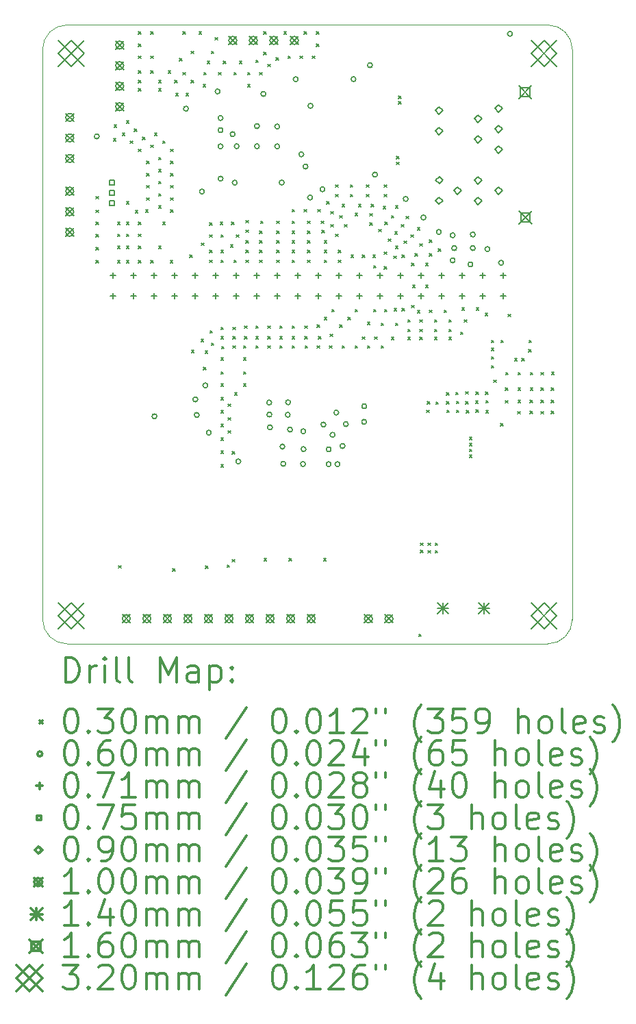
<source format=gbr>
%FSLAX45Y45*%
G04 Gerber Fmt 4.5, Leading zero omitted, Abs format (unit mm)*
G04 Created by KiCad (PCBNEW (5.0.1-3-g963ef8bb5)) date Montag, 24. Dezember 2018 um 15:41:16*
%MOMM*%
%LPD*%
G01*
G04 APERTURE LIST*
%ADD10C,0.100000*%
%ADD11C,0.200000*%
%ADD12C,0.300000*%
G04 APERTURE END LIST*
D10*
X17600000Y-12800000D02*
G75*
G03X17900000Y-12500000I0J300000D01*
G01*
X11350000Y-12500000D02*
G75*
G03X11650000Y-12800000I300000J0D01*
G01*
X11650000Y-12800000D02*
X17600000Y-12800000D01*
X11650000Y-5150000D02*
G75*
G03X11350000Y-5450000I0J-300000D01*
G01*
X17900000Y-5450000D02*
G75*
G03X17600000Y-5150000I-300000J0D01*
G01*
X11650000Y-5150000D02*
X17600000Y-5150000D01*
X11350000Y-5450000D02*
X11350000Y-12500000D01*
X17900000Y-5450000D02*
X17900000Y-12500000D01*
D11*
X12010000Y-7270000D02*
X12040000Y-7300000D01*
X12040000Y-7270000D02*
X12010000Y-7300000D01*
X12010000Y-7440000D02*
X12040000Y-7470000D01*
X12040000Y-7440000D02*
X12010000Y-7470000D01*
X12010000Y-7585000D02*
X12040000Y-7615000D01*
X12040000Y-7585000D02*
X12010000Y-7615000D01*
X12010000Y-7740000D02*
X12040000Y-7770000D01*
X12040000Y-7740000D02*
X12010000Y-7770000D01*
X12010000Y-7900000D02*
X12040000Y-7930000D01*
X12040000Y-7900000D02*
X12010000Y-7930000D01*
X12010000Y-8060000D02*
X12040000Y-8090000D01*
X12040000Y-8060000D02*
X12010000Y-8090000D01*
X12225000Y-6555000D02*
X12255000Y-6585000D01*
X12255000Y-6555000D02*
X12225000Y-6585000D01*
X12235000Y-6385000D02*
X12265000Y-6415000D01*
X12265000Y-6385000D02*
X12235000Y-6415000D01*
X12274999Y-7585000D02*
X12304999Y-7615000D01*
X12304999Y-7585000D02*
X12274999Y-7615000D01*
X12274999Y-7735000D02*
X12304999Y-7765000D01*
X12304999Y-7735000D02*
X12274999Y-7765000D01*
X12274999Y-7885000D02*
X12304999Y-7915000D01*
X12304999Y-7885000D02*
X12274999Y-7915000D01*
X12275000Y-8060000D02*
X12305000Y-8090000D01*
X12305000Y-8060000D02*
X12275000Y-8090000D01*
X12288000Y-11832000D02*
X12318000Y-11862000D01*
X12318000Y-11832000D02*
X12288000Y-11862000D01*
X12335000Y-6485000D02*
X12365000Y-6515000D01*
X12365000Y-6485000D02*
X12335000Y-6515000D01*
X12385000Y-6335000D02*
X12415000Y-6365000D01*
X12415000Y-6335000D02*
X12385000Y-6365000D01*
X12385000Y-7335000D02*
X12415000Y-7365000D01*
X12415000Y-7335000D02*
X12385000Y-7365000D01*
X12385000Y-7585000D02*
X12415000Y-7615000D01*
X12415000Y-7585000D02*
X12385000Y-7615000D01*
X12385000Y-7735000D02*
X12415000Y-7765000D01*
X12415000Y-7735000D02*
X12385000Y-7765000D01*
X12385000Y-7885000D02*
X12415000Y-7915000D01*
X12415000Y-7885000D02*
X12385000Y-7915000D01*
X12385000Y-8060000D02*
X12415000Y-8090000D01*
X12415000Y-8060000D02*
X12385000Y-8090000D01*
X12435000Y-6585000D02*
X12465000Y-6615000D01*
X12465000Y-6585000D02*
X12435000Y-6615000D01*
X12485000Y-6435000D02*
X12515000Y-6465000D01*
X12515000Y-6435000D02*
X12485000Y-6465000D01*
X12495000Y-7445000D02*
X12525000Y-7475000D01*
X12525000Y-7445000D02*
X12495000Y-7475000D01*
X12535000Y-5235000D02*
X12565000Y-5265000D01*
X12565000Y-5235000D02*
X12535000Y-5265000D01*
X12535000Y-5385000D02*
X12565000Y-5415000D01*
X12565000Y-5385000D02*
X12535000Y-5415000D01*
X12535000Y-5535000D02*
X12565000Y-5565000D01*
X12565000Y-5535000D02*
X12535000Y-5565000D01*
X12535000Y-5715000D02*
X12565000Y-5745000D01*
X12565000Y-5715000D02*
X12535000Y-5745000D01*
X12535000Y-5835000D02*
X12565000Y-5865000D01*
X12565000Y-5835000D02*
X12535000Y-5865000D01*
X12535000Y-5935000D02*
X12565000Y-5965000D01*
X12565000Y-5935000D02*
X12535000Y-5965000D01*
X12535000Y-6685000D02*
X12565000Y-6715000D01*
X12565000Y-6685000D02*
X12535000Y-6715000D01*
X12535000Y-7585000D02*
X12565000Y-7615000D01*
X12565000Y-7585000D02*
X12535000Y-7615000D01*
X12535000Y-7735000D02*
X12565000Y-7765000D01*
X12565000Y-7735000D02*
X12535000Y-7765000D01*
X12535000Y-7885000D02*
X12565000Y-7915000D01*
X12565000Y-7885000D02*
X12535000Y-7915000D01*
X12535000Y-8060000D02*
X12565000Y-8090000D01*
X12565000Y-8060000D02*
X12535000Y-8090000D01*
X12585000Y-6535000D02*
X12615000Y-6565000D01*
X12615000Y-6535000D02*
X12585000Y-6565000D01*
X12625000Y-7435000D02*
X12655000Y-7465000D01*
X12655000Y-7435000D02*
X12625000Y-7465000D01*
X12635000Y-6835000D02*
X12665000Y-6865000D01*
X12665000Y-6835000D02*
X12635000Y-6865000D01*
X12635000Y-6985000D02*
X12665000Y-7015000D01*
X12665000Y-6985000D02*
X12635000Y-7015000D01*
X12635000Y-7135000D02*
X12665000Y-7165000D01*
X12665000Y-7135000D02*
X12635000Y-7165000D01*
X12635000Y-7285000D02*
X12665000Y-7315000D01*
X12665000Y-7285000D02*
X12635000Y-7315000D01*
X12685000Y-5235000D02*
X12715000Y-5265000D01*
X12715000Y-5235000D02*
X12685000Y-5265000D01*
X12685000Y-5535000D02*
X12715000Y-5565000D01*
X12715000Y-5535000D02*
X12685000Y-5565000D01*
X12685000Y-5715000D02*
X12715000Y-5745000D01*
X12715000Y-5715000D02*
X12685000Y-5745000D01*
X12685000Y-6635000D02*
X12715000Y-6665000D01*
X12715000Y-6635000D02*
X12685000Y-6665000D01*
X12685000Y-8060000D02*
X12715000Y-8090000D01*
X12715000Y-8060000D02*
X12685000Y-8090000D01*
X12735000Y-6485000D02*
X12765000Y-6515000D01*
X12765000Y-6485000D02*
X12735000Y-6515000D01*
X12785000Y-5835000D02*
X12815000Y-5865000D01*
X12815000Y-5835000D02*
X12785000Y-5865000D01*
X12785000Y-5935000D02*
X12815000Y-5965000D01*
X12815000Y-5935000D02*
X12785000Y-5965000D01*
X12785000Y-6785000D02*
X12815000Y-6815000D01*
X12815000Y-6785000D02*
X12785000Y-6815000D01*
X12785000Y-6935000D02*
X12815000Y-6965000D01*
X12815000Y-6935000D02*
X12785000Y-6965000D01*
X12785000Y-7085000D02*
X12815000Y-7115000D01*
X12815000Y-7085000D02*
X12785000Y-7115000D01*
X12785000Y-7235000D02*
X12815000Y-7265000D01*
X12815000Y-7235000D02*
X12785000Y-7265000D01*
X12785000Y-7385000D02*
X12815000Y-7415000D01*
X12815000Y-7385000D02*
X12785000Y-7415000D01*
X12785000Y-7885000D02*
X12815000Y-7915000D01*
X12815000Y-7885000D02*
X12785000Y-7915000D01*
X12835000Y-6585000D02*
X12865000Y-6615000D01*
X12865000Y-6585000D02*
X12835000Y-6615000D01*
X12835000Y-7585000D02*
X12865000Y-7615000D01*
X12865000Y-7585000D02*
X12835000Y-7615000D01*
X12905000Y-5715000D02*
X12935000Y-5745000D01*
X12935000Y-5715000D02*
X12905000Y-5745000D01*
X12930000Y-8060000D02*
X12960000Y-8090000D01*
X12960000Y-8060000D02*
X12930000Y-8090000D01*
X12935000Y-6685000D02*
X12965000Y-6715000D01*
X12965000Y-6685000D02*
X12935000Y-6715000D01*
X12935000Y-6835000D02*
X12965000Y-6865000D01*
X12965000Y-6835000D02*
X12935000Y-6865000D01*
X12935000Y-6985000D02*
X12965000Y-7015000D01*
X12965000Y-6985000D02*
X12935000Y-7015000D01*
X12935000Y-7135000D02*
X12965000Y-7165000D01*
X12965000Y-7135000D02*
X12935000Y-7165000D01*
X12935000Y-7285000D02*
X12965000Y-7315000D01*
X12965000Y-7285000D02*
X12935000Y-7315000D01*
X12935000Y-7435000D02*
X12965000Y-7465000D01*
X12965000Y-7435000D02*
X12935000Y-7465000D01*
X12960000Y-11872000D02*
X12990000Y-11902000D01*
X12990000Y-11872000D02*
X12960000Y-11902000D01*
X12985000Y-5835000D02*
X13015000Y-5865000D01*
X13015000Y-5835000D02*
X12985000Y-5865000D01*
X12995000Y-5995000D02*
X13025000Y-6025000D01*
X13025000Y-5995000D02*
X12995000Y-6025000D01*
X13045000Y-5565000D02*
X13075000Y-5595000D01*
X13075000Y-5565000D02*
X13045000Y-5595000D01*
X13085000Y-5235000D02*
X13115000Y-5265000D01*
X13115000Y-5235000D02*
X13085000Y-5265000D01*
X13085000Y-5735000D02*
X13115000Y-5765000D01*
X13115000Y-5735000D02*
X13085000Y-5765000D01*
X13125000Y-5995000D02*
X13155000Y-6025000D01*
X13155000Y-5995000D02*
X13125000Y-6025000D01*
X13170000Y-7995000D02*
X13200000Y-8025000D01*
X13200000Y-7995000D02*
X13170000Y-8025000D01*
X13185000Y-5475000D02*
X13215000Y-5505000D01*
X13215000Y-5475000D02*
X13185000Y-5505000D01*
X13185000Y-5835000D02*
X13215000Y-5865000D01*
X13215000Y-5835000D02*
X13185000Y-5865000D01*
X13190000Y-9170000D02*
X13220000Y-9200000D01*
X13220000Y-9170000D02*
X13190000Y-9200000D01*
X13285000Y-5235000D02*
X13315000Y-5265000D01*
X13315000Y-5235000D02*
X13285000Y-5265000D01*
X13310000Y-9035000D02*
X13340000Y-9065000D01*
X13340000Y-9035000D02*
X13310000Y-9065000D01*
X13315000Y-7845000D02*
X13345000Y-7875000D01*
X13345000Y-7845000D02*
X13315000Y-7875000D01*
X13335000Y-5885000D02*
X13365000Y-5915000D01*
X13365000Y-5885000D02*
X13335000Y-5915000D01*
X13340000Y-9380000D02*
X13370000Y-9410000D01*
X13370000Y-9380000D02*
X13340000Y-9410000D01*
X13345000Y-5735000D02*
X13375000Y-5765000D01*
X13375000Y-5735000D02*
X13345000Y-5765000D01*
X13360000Y-9180000D02*
X13390000Y-9210000D01*
X13390000Y-9180000D02*
X13360000Y-9210000D01*
X13364000Y-11836000D02*
X13394000Y-11866000D01*
X13394000Y-11836000D02*
X13364000Y-11866000D01*
X13385000Y-5595000D02*
X13415000Y-5625000D01*
X13415000Y-5595000D02*
X13385000Y-5625000D01*
X13415000Y-7595000D02*
X13445000Y-7625000D01*
X13445000Y-7595000D02*
X13415000Y-7625000D01*
X13415000Y-7745000D02*
X13445000Y-7775000D01*
X13445000Y-7745000D02*
X13415000Y-7775000D01*
X13415000Y-7935000D02*
X13445000Y-7965000D01*
X13445000Y-7935000D02*
X13415000Y-7965000D01*
X13415000Y-8055000D02*
X13445000Y-8085000D01*
X13445000Y-8055000D02*
X13415000Y-8085000D01*
X13420000Y-8930000D02*
X13450000Y-8960000D01*
X13450000Y-8930000D02*
X13420000Y-8960000D01*
X13435000Y-5475000D02*
X13465000Y-5505000D01*
X13465000Y-5475000D02*
X13435000Y-5505000D01*
X13435000Y-9080000D02*
X13465000Y-9110000D01*
X13465000Y-9080000D02*
X13435000Y-9110000D01*
X13485000Y-5305000D02*
X13515000Y-5335000D01*
X13515000Y-5305000D02*
X13485000Y-5335000D01*
X13525000Y-5735000D02*
X13555000Y-5765000D01*
X13555000Y-5735000D02*
X13525000Y-5765000D01*
X13545000Y-7585000D02*
X13575000Y-7615000D01*
X13575000Y-7585000D02*
X13545000Y-7615000D01*
X13555000Y-7745000D02*
X13585000Y-7775000D01*
X13585000Y-7745000D02*
X13555000Y-7775000D01*
X13555000Y-7935000D02*
X13585000Y-7965000D01*
X13585000Y-7935000D02*
X13555000Y-7965000D01*
X13555000Y-8055000D02*
X13585000Y-8085000D01*
X13585000Y-8055000D02*
X13555000Y-8085000D01*
X13555000Y-8885000D02*
X13585000Y-8915000D01*
X13585000Y-8885000D02*
X13555000Y-8915000D01*
X13555000Y-9000000D02*
X13585000Y-9030000D01*
X13585000Y-9000000D02*
X13555000Y-9030000D01*
X13555000Y-9265000D02*
X13585000Y-9295000D01*
X13585000Y-9265000D02*
X13555000Y-9295000D01*
X13555000Y-9435000D02*
X13585000Y-9465000D01*
X13585000Y-9435000D02*
X13555000Y-9465000D01*
X13555000Y-9585000D02*
X13585000Y-9615000D01*
X13585000Y-9585000D02*
X13555000Y-9615000D01*
X13555000Y-9755000D02*
X13585000Y-9785000D01*
X13585000Y-9755000D02*
X13555000Y-9785000D01*
X13555000Y-9915000D02*
X13585000Y-9945000D01*
X13585000Y-9915000D02*
X13555000Y-9945000D01*
X13555000Y-10085000D02*
X13585000Y-10115000D01*
X13585000Y-10085000D02*
X13555000Y-10115000D01*
X13555000Y-10255000D02*
X13585000Y-10285000D01*
X13585000Y-10255000D02*
X13555000Y-10285000D01*
X13555000Y-10415000D02*
X13585000Y-10445000D01*
X13585000Y-10415000D02*
X13555000Y-10445000D01*
X13555000Y-10585000D02*
X13585000Y-10615000D01*
X13585000Y-10585000D02*
X13555000Y-10615000D01*
X13563892Y-9123892D02*
X13593892Y-9153892D01*
X13593892Y-9123892D02*
X13563892Y-9153892D01*
X13585000Y-5595000D02*
X13615000Y-5625000D01*
X13615000Y-5595000D02*
X13585000Y-5625000D01*
X13631000Y-11826000D02*
X13661000Y-11856000D01*
X13661000Y-11826000D02*
X13631000Y-11856000D01*
X13645000Y-9835000D02*
X13675000Y-9865000D01*
X13675000Y-9835000D02*
X13645000Y-9865000D01*
X13645000Y-10005000D02*
X13675000Y-10035000D01*
X13675000Y-10005000D02*
X13645000Y-10035000D01*
X13645000Y-10165000D02*
X13675000Y-10195000D01*
X13675000Y-10165000D02*
X13645000Y-10195000D01*
X13675000Y-7865000D02*
X13705000Y-7895000D01*
X13705000Y-7865000D02*
X13675000Y-7895000D01*
X13685000Y-7585000D02*
X13715000Y-7615000D01*
X13715000Y-7585000D02*
X13685000Y-7615000D01*
X13695000Y-10425000D02*
X13725000Y-10455000D01*
X13725000Y-10425000D02*
X13695000Y-10455000D01*
X13696000Y-11758000D02*
X13726000Y-11788000D01*
X13726000Y-11758000D02*
X13696000Y-11788000D01*
X13705000Y-8885000D02*
X13735000Y-8915000D01*
X13735000Y-8885000D02*
X13705000Y-8915000D01*
X13705000Y-9000000D02*
X13735000Y-9030000D01*
X13735000Y-9000000D02*
X13705000Y-9030000D01*
X13705000Y-9115000D02*
X13735000Y-9145000D01*
X13735000Y-9115000D02*
X13705000Y-9145000D01*
X13715000Y-5735000D02*
X13745000Y-5765000D01*
X13745000Y-5735000D02*
X13715000Y-5765000D01*
X13715000Y-8055000D02*
X13745000Y-8085000D01*
X13745000Y-8055000D02*
X13715000Y-8085000D01*
X13725000Y-9695000D02*
X13755000Y-9725000D01*
X13755000Y-9695000D02*
X13725000Y-9725000D01*
X13745000Y-7745000D02*
X13775000Y-7775000D01*
X13775000Y-7745000D02*
X13745000Y-7775000D01*
X13785000Y-5595000D02*
X13815000Y-5625000D01*
X13815000Y-5595000D02*
X13785000Y-5625000D01*
X13835000Y-9115000D02*
X13865000Y-9145000D01*
X13865000Y-9115000D02*
X13835000Y-9145000D01*
X13835000Y-9265000D02*
X13865000Y-9295000D01*
X13865000Y-9265000D02*
X13835000Y-9295000D01*
X13835000Y-9435000D02*
X13865000Y-9465000D01*
X13865000Y-9435000D02*
X13835000Y-9465000D01*
X13835000Y-9585000D02*
X13865000Y-9615000D01*
X13865000Y-9585000D02*
X13835000Y-9615000D01*
X13845000Y-8870000D02*
X13875000Y-8900000D01*
X13875000Y-8870000D02*
X13845000Y-8900000D01*
X13845000Y-9000000D02*
X13875000Y-9030000D01*
X13875000Y-9000000D02*
X13845000Y-9030000D01*
X13865000Y-7565000D02*
X13895000Y-7595000D01*
X13895000Y-7565000D02*
X13865000Y-7595000D01*
X13865000Y-7685000D02*
X13895000Y-7715000D01*
X13895000Y-7685000D02*
X13865000Y-7715000D01*
X13865000Y-7815000D02*
X13895000Y-7845000D01*
X13895000Y-7815000D02*
X13865000Y-7845000D01*
X13865000Y-7935000D02*
X13895000Y-7965000D01*
X13895000Y-7935000D02*
X13865000Y-7965000D01*
X13865000Y-8055000D02*
X13895000Y-8085000D01*
X13895000Y-8055000D02*
X13865000Y-8085000D01*
X13885000Y-5735000D02*
X13915000Y-5765000D01*
X13915000Y-5735000D02*
X13885000Y-5765000D01*
X13885000Y-5885000D02*
X13915000Y-5915000D01*
X13915000Y-5885000D02*
X13885000Y-5915000D01*
X13985000Y-5585000D02*
X14015000Y-5615000D01*
X14015000Y-5585000D02*
X13985000Y-5615000D01*
X13985000Y-8870000D02*
X14015000Y-8900000D01*
X14015000Y-8870000D02*
X13985000Y-8900000D01*
X13985000Y-9000000D02*
X14015000Y-9030000D01*
X14015000Y-9000000D02*
X13985000Y-9030000D01*
X13985000Y-9115000D02*
X14015000Y-9145000D01*
X14015000Y-9115000D02*
X13985000Y-9145000D01*
X14035000Y-5735000D02*
X14065000Y-5765000D01*
X14065000Y-5735000D02*
X14035000Y-5765000D01*
X14035000Y-7695000D02*
X14065000Y-7725000D01*
X14065000Y-7695000D02*
X14035000Y-7725000D01*
X14035000Y-7815000D02*
X14065000Y-7845000D01*
X14065000Y-7815000D02*
X14035000Y-7845000D01*
X14035000Y-7935000D02*
X14065000Y-7965000D01*
X14065000Y-7935000D02*
X14035000Y-7965000D01*
X14035000Y-8055000D02*
X14065000Y-8085000D01*
X14065000Y-8055000D02*
X14035000Y-8085000D01*
X14045000Y-7575000D02*
X14075000Y-7605000D01*
X14075000Y-7575000D02*
X14045000Y-7605000D01*
X14085000Y-5235000D02*
X14115000Y-5265000D01*
X14115000Y-5235000D02*
X14085000Y-5265000D01*
X14085000Y-5485000D02*
X14115000Y-5515000D01*
X14115000Y-5485000D02*
X14085000Y-5515000D01*
X14087000Y-11744000D02*
X14117000Y-11774000D01*
X14117000Y-11744000D02*
X14087000Y-11774000D01*
X14135000Y-5635000D02*
X14165000Y-5665000D01*
X14165000Y-5635000D02*
X14135000Y-5665000D01*
X14135000Y-8870000D02*
X14165000Y-8900000D01*
X14165000Y-8870000D02*
X14135000Y-8900000D01*
X14135000Y-9000000D02*
X14165000Y-9030000D01*
X14165000Y-9000000D02*
X14135000Y-9030000D01*
X14135000Y-9115000D02*
X14165000Y-9145000D01*
X14165000Y-9115000D02*
X14135000Y-9145000D01*
X14235000Y-5555000D02*
X14265000Y-5585000D01*
X14265000Y-5555000D02*
X14235000Y-5585000D01*
X14245000Y-7575000D02*
X14275000Y-7605000D01*
X14275000Y-7575000D02*
X14245000Y-7605000D01*
X14245000Y-7695000D02*
X14275000Y-7725000D01*
X14275000Y-7695000D02*
X14245000Y-7725000D01*
X14245000Y-7815000D02*
X14275000Y-7845000D01*
X14275000Y-7815000D02*
X14245000Y-7845000D01*
X14245000Y-7935000D02*
X14275000Y-7965000D01*
X14275000Y-7935000D02*
X14245000Y-7965000D01*
X14245000Y-8055000D02*
X14275000Y-8085000D01*
X14275000Y-8055000D02*
X14245000Y-8085000D01*
X14285000Y-8870000D02*
X14315000Y-8900000D01*
X14315000Y-8870000D02*
X14285000Y-8900000D01*
X14285000Y-9000000D02*
X14315000Y-9030000D01*
X14315000Y-9000000D02*
X14285000Y-9030000D01*
X14285000Y-9115000D02*
X14315000Y-9145000D01*
X14315000Y-9115000D02*
X14285000Y-9145000D01*
X14335000Y-5235000D02*
X14365000Y-5265000D01*
X14365000Y-5235000D02*
X14335000Y-5265000D01*
X14385000Y-5535000D02*
X14415000Y-5565000D01*
X14415000Y-5535000D02*
X14385000Y-5565000D01*
X14398000Y-11744000D02*
X14428000Y-11774000D01*
X14428000Y-11744000D02*
X14398000Y-11774000D01*
X14435000Y-7429999D02*
X14465000Y-7459999D01*
X14465000Y-7429999D02*
X14435000Y-7459999D01*
X14435000Y-7575000D02*
X14465000Y-7605000D01*
X14465000Y-7575000D02*
X14435000Y-7605000D01*
X14435000Y-7695000D02*
X14465000Y-7725000D01*
X14465000Y-7695000D02*
X14435000Y-7725000D01*
X14435000Y-7815000D02*
X14465000Y-7845000D01*
X14465000Y-7815000D02*
X14435000Y-7845000D01*
X14435000Y-7935000D02*
X14465000Y-7965000D01*
X14465000Y-7935000D02*
X14435000Y-7965000D01*
X14435000Y-8055000D02*
X14465000Y-8085000D01*
X14465000Y-8055000D02*
X14435000Y-8085000D01*
X14435000Y-8870000D02*
X14465000Y-8900000D01*
X14465000Y-8870000D02*
X14435000Y-8900000D01*
X14435000Y-9000000D02*
X14465000Y-9030000D01*
X14465000Y-9000000D02*
X14435000Y-9030000D01*
X14435000Y-9115000D02*
X14465000Y-9145000D01*
X14465000Y-9115000D02*
X14435000Y-9145000D01*
X14535000Y-5535000D02*
X14565000Y-5565000D01*
X14565000Y-5535000D02*
X14535000Y-5565000D01*
X14585000Y-5235000D02*
X14615000Y-5265000D01*
X14615000Y-5235000D02*
X14585000Y-5265000D01*
X14585000Y-7429999D02*
X14615000Y-7459999D01*
X14615000Y-7429999D02*
X14585000Y-7459999D01*
X14590000Y-8870000D02*
X14620000Y-8900000D01*
X14620000Y-8870000D02*
X14590000Y-8900000D01*
X14590000Y-9000000D02*
X14620000Y-9030000D01*
X14620000Y-9000000D02*
X14590000Y-9030000D01*
X14595000Y-9115000D02*
X14625000Y-9145000D01*
X14625000Y-9115000D02*
X14595000Y-9145000D01*
X14625000Y-7575000D02*
X14655000Y-7605000D01*
X14655000Y-7575000D02*
X14625000Y-7605000D01*
X14625000Y-7695000D02*
X14655000Y-7725000D01*
X14655000Y-7695000D02*
X14625000Y-7725000D01*
X14625000Y-7815000D02*
X14655000Y-7845000D01*
X14655000Y-7815000D02*
X14625000Y-7845000D01*
X14625000Y-7935000D02*
X14655000Y-7965000D01*
X14655000Y-7935000D02*
X14625000Y-7965000D01*
X14625000Y-8055000D02*
X14655000Y-8085000D01*
X14655000Y-8055000D02*
X14625000Y-8085000D01*
X14685000Y-5535000D02*
X14715000Y-5565000D01*
X14715000Y-5535000D02*
X14685000Y-5565000D01*
X14735000Y-5235000D02*
X14765000Y-5265000D01*
X14765000Y-5235000D02*
X14735000Y-5265000D01*
X14735000Y-5385000D02*
X14765000Y-5415000D01*
X14765000Y-5385000D02*
X14735000Y-5415000D01*
X14745000Y-8855000D02*
X14775000Y-8885000D01*
X14775000Y-8855000D02*
X14745000Y-8885000D01*
X14745000Y-9115000D02*
X14775000Y-9145000D01*
X14775000Y-9115000D02*
X14745000Y-9145000D01*
X14755000Y-7429999D02*
X14785000Y-7459999D01*
X14785000Y-7429999D02*
X14755000Y-7459999D01*
X14760000Y-9000000D02*
X14790000Y-9030000D01*
X14790000Y-9000000D02*
X14760000Y-9030000D01*
X14795000Y-7575000D02*
X14825000Y-7605000D01*
X14825000Y-7575000D02*
X14795000Y-7605000D01*
X14806024Y-7690001D02*
X14836024Y-7720001D01*
X14836024Y-7690001D02*
X14806024Y-7720001D01*
X14824000Y-11746000D02*
X14854000Y-11776000D01*
X14854000Y-11746000D02*
X14824000Y-11776000D01*
X14835000Y-7815000D02*
X14865000Y-7845000D01*
X14865000Y-7815000D02*
X14835000Y-7845000D01*
X14835000Y-7935000D02*
X14865000Y-7965000D01*
X14865000Y-7935000D02*
X14835000Y-7965000D01*
X14835000Y-8055000D02*
X14865000Y-8085000D01*
X14865000Y-8055000D02*
X14835000Y-8085000D01*
X14835000Y-8765000D02*
X14865000Y-8795000D01*
X14865000Y-8765000D02*
X14835000Y-8795000D01*
X14861608Y-7331608D02*
X14891608Y-7361608D01*
X14891608Y-7331608D02*
X14861608Y-7361608D01*
X14895000Y-9115000D02*
X14925000Y-9145000D01*
X14925000Y-9115000D02*
X14895000Y-9145000D01*
X14905000Y-8970000D02*
X14935000Y-9000000D01*
X14935000Y-8970000D02*
X14905000Y-9000000D01*
X14915000Y-7455000D02*
X14945000Y-7485000D01*
X14945000Y-7455000D02*
X14915000Y-7485000D01*
X14915000Y-7615000D02*
X14945000Y-7645000D01*
X14945000Y-7615000D02*
X14915000Y-7645000D01*
X14925000Y-8665000D02*
X14955000Y-8695000D01*
X14955000Y-8665000D02*
X14925000Y-8695000D01*
X14975000Y-7125000D02*
X15005000Y-7155000D01*
X15005000Y-7125000D02*
X14975000Y-7155000D01*
X14975000Y-7245000D02*
X15005000Y-7275000D01*
X15005000Y-7245000D02*
X14975000Y-7275000D01*
X14975000Y-7735000D02*
X15005000Y-7765000D01*
X15005000Y-7735000D02*
X14975000Y-7765000D01*
X15005000Y-7935000D02*
X15035000Y-7965000D01*
X15035000Y-7935000D02*
X15005000Y-7965000D01*
X15005000Y-8055000D02*
X15035000Y-8085000D01*
X15035000Y-8055000D02*
X15005000Y-8085000D01*
X15025000Y-7505000D02*
X15055000Y-7535000D01*
X15055000Y-7505000D02*
X15025000Y-7535000D01*
X15025000Y-8855000D02*
X15055000Y-8885000D01*
X15055000Y-8855000D02*
X15025000Y-8885000D01*
X15055000Y-7365000D02*
X15085000Y-7395000D01*
X15085000Y-7365000D02*
X15055000Y-7395000D01*
X15055000Y-9115000D02*
X15085000Y-9145000D01*
X15085000Y-9115000D02*
X15055000Y-9145000D01*
X15085000Y-7615000D02*
X15115000Y-7645000D01*
X15115000Y-7615000D02*
X15085000Y-7645000D01*
X15125000Y-8765000D02*
X15155000Y-8795000D01*
X15155000Y-8765000D02*
X15125000Y-8795000D01*
X15155000Y-7125000D02*
X15185000Y-7155000D01*
X15185000Y-7125000D02*
X15155000Y-7155000D01*
X15155000Y-7245000D02*
X15185000Y-7275000D01*
X15185000Y-7245000D02*
X15155000Y-7275000D01*
X15165000Y-7995000D02*
X15195000Y-8025000D01*
X15195000Y-7995000D02*
X15165000Y-8025000D01*
X15215000Y-7475000D02*
X15245000Y-7505000D01*
X15245000Y-7475000D02*
X15215000Y-7505000D01*
X15215000Y-8665000D02*
X15245000Y-8695000D01*
X15245000Y-8665000D02*
X15215000Y-8695000D01*
X15215000Y-9115000D02*
X15245000Y-9145000D01*
X15245000Y-9115000D02*
X15215000Y-9145000D01*
X15255000Y-7365000D02*
X15285000Y-7395000D01*
X15285000Y-7365000D02*
X15255000Y-7395000D01*
X15305000Y-7995000D02*
X15335000Y-8025000D01*
X15335000Y-7995000D02*
X15305000Y-8025000D01*
X15305000Y-9005000D02*
X15335000Y-9035000D01*
X15335000Y-9005000D02*
X15305000Y-9035000D01*
X15355000Y-7125000D02*
X15385000Y-7155000D01*
X15385000Y-7125000D02*
X15355000Y-7155000D01*
X15355000Y-7245000D02*
X15385000Y-7275000D01*
X15385000Y-7245000D02*
X15355000Y-7275000D01*
X15365000Y-8825000D02*
X15395000Y-8855000D01*
X15395000Y-8825000D02*
X15365000Y-8855000D01*
X15365000Y-9115000D02*
X15395000Y-9145000D01*
X15395000Y-9115000D02*
X15365000Y-9145000D01*
X15395000Y-7479999D02*
X15425000Y-7509999D01*
X15425000Y-7479999D02*
X15395000Y-7509999D01*
X15395000Y-7595000D02*
X15425000Y-7625000D01*
X15425000Y-7595000D02*
X15395000Y-7625000D01*
X15415000Y-7365000D02*
X15445000Y-7395000D01*
X15445000Y-7365000D02*
X15415000Y-7395000D01*
X15435000Y-7995000D02*
X15465000Y-8025000D01*
X15465000Y-7995000D02*
X15435000Y-8025000D01*
X15445000Y-8125000D02*
X15475000Y-8155000D01*
X15475000Y-8125000D02*
X15445000Y-8155000D01*
X15445000Y-8665000D02*
X15475000Y-8695000D01*
X15475000Y-8665000D02*
X15445000Y-8695000D01*
X15455000Y-9005000D02*
X15485000Y-9035000D01*
X15485000Y-9005000D02*
X15455000Y-9035000D01*
X15505000Y-7675000D02*
X15535000Y-7705000D01*
X15535000Y-7675000D02*
X15505000Y-7705000D01*
X15535000Y-8835000D02*
X15565000Y-8865000D01*
X15565000Y-8835000D02*
X15535000Y-8865000D01*
X15535000Y-9115000D02*
X15565000Y-9145000D01*
X15565000Y-9115000D02*
X15535000Y-9145000D01*
X15560108Y-7389892D02*
X15590108Y-7419892D01*
X15590108Y-7389892D02*
X15560108Y-7419892D01*
X15575000Y-7125000D02*
X15605000Y-7155000D01*
X15605000Y-7125000D02*
X15575000Y-7155000D01*
X15575000Y-7245000D02*
X15605000Y-7275000D01*
X15605000Y-7245000D02*
X15575000Y-7275000D01*
X15575000Y-7955000D02*
X15605000Y-7985000D01*
X15605000Y-7955000D02*
X15575000Y-7985000D01*
X15575000Y-8135000D02*
X15605000Y-8165000D01*
X15605000Y-8135000D02*
X15575000Y-8165000D01*
X15579999Y-8664753D02*
X15609999Y-8694753D01*
X15609999Y-8664753D02*
X15579999Y-8694753D01*
X15584608Y-7585392D02*
X15614608Y-7615392D01*
X15614608Y-7585392D02*
X15584608Y-7615392D01*
X15625000Y-7795000D02*
X15655000Y-7825000D01*
X15655000Y-7795000D02*
X15625000Y-7825000D01*
X15665000Y-7505000D02*
X15695000Y-7535000D01*
X15695000Y-7505000D02*
X15665000Y-7535000D01*
X15665000Y-9010000D02*
X15695000Y-9040000D01*
X15695000Y-9010000D02*
X15665000Y-9040000D01*
X15695000Y-8005000D02*
X15725000Y-8035000D01*
X15725000Y-8005000D02*
X15695000Y-8035000D01*
X15697642Y-8652358D02*
X15727642Y-8682358D01*
X15727642Y-8652358D02*
X15697642Y-8682358D01*
X15704608Y-7705392D02*
X15734608Y-7735392D01*
X15734608Y-7705392D02*
X15704608Y-7735392D01*
X15715000Y-7385000D02*
X15745000Y-7415000D01*
X15745000Y-7385000D02*
X15715000Y-7415000D01*
X15715000Y-7885000D02*
X15745000Y-7915000D01*
X15745000Y-7885000D02*
X15715000Y-7915000D01*
X15715000Y-8835000D02*
X15745000Y-8865000D01*
X15745000Y-8835000D02*
X15715000Y-8865000D01*
X15727000Y-6775000D02*
X15757000Y-6805000D01*
X15757000Y-6775000D02*
X15727000Y-6805000D01*
X15728346Y-6844987D02*
X15758346Y-6874987D01*
X15758346Y-6844987D02*
X15728346Y-6874987D01*
X15750000Y-6029000D02*
X15780000Y-6059000D01*
X15780000Y-6029000D02*
X15750000Y-6059000D01*
X15750000Y-6099000D02*
X15780000Y-6129000D01*
X15780000Y-6099000D02*
X15750000Y-6129000D01*
X15785000Y-7615000D02*
X15815000Y-7645000D01*
X15815000Y-7615000D02*
X15785000Y-7645000D01*
X15795000Y-7995000D02*
X15825000Y-8025000D01*
X15825000Y-7995000D02*
X15795000Y-8025000D01*
X15795000Y-8655000D02*
X15825000Y-8685000D01*
X15825000Y-8655000D02*
X15795000Y-8685000D01*
X15819608Y-7820392D02*
X15849608Y-7850392D01*
X15849608Y-7820392D02*
X15819608Y-7850392D01*
X15845000Y-7515000D02*
X15875000Y-7545000D01*
X15875000Y-7515000D02*
X15845000Y-7545000D01*
X15865000Y-8795000D02*
X15895000Y-8825000D01*
X15895000Y-8795000D02*
X15865000Y-8825000D01*
X15865000Y-8910000D02*
X15895000Y-8940000D01*
X15895000Y-8910000D02*
X15865000Y-8940000D01*
X15865000Y-9010000D02*
X15895000Y-9040000D01*
X15895000Y-9010000D02*
X15865000Y-9040000D01*
X15905000Y-7745000D02*
X15935000Y-7775000D01*
X15935000Y-7745000D02*
X15905000Y-7775000D01*
X15915000Y-8095000D02*
X15945000Y-8125000D01*
X15945000Y-8095000D02*
X15915000Y-8125000D01*
X15915000Y-8615000D02*
X15945000Y-8645000D01*
X15945000Y-8615000D02*
X15915000Y-8645000D01*
X15925000Y-8365000D02*
X15955000Y-8395000D01*
X15955000Y-8365000D02*
X15925000Y-8395000D01*
X15955000Y-7975000D02*
X15985000Y-8005000D01*
X15985000Y-7975000D02*
X15955000Y-8005000D01*
X15985000Y-7655000D02*
X16015000Y-7685000D01*
X16015000Y-7655000D02*
X15985000Y-7685000D01*
X15985000Y-8679999D02*
X16015000Y-8709999D01*
X16015000Y-8679999D02*
X15985000Y-8709999D01*
X16002000Y-12678000D02*
X16032000Y-12708000D01*
X16032000Y-12678000D02*
X16002000Y-12708000D01*
X16015000Y-7855000D02*
X16045000Y-7885000D01*
X16045000Y-7855000D02*
X16015000Y-7885000D01*
X16015000Y-8795000D02*
X16045000Y-8825000D01*
X16045000Y-8795000D02*
X16015000Y-8825000D01*
X16015000Y-8910000D02*
X16045000Y-8940000D01*
X16045000Y-8910000D02*
X16015000Y-8940000D01*
X16015000Y-9010000D02*
X16045000Y-9040000D01*
X16045000Y-9010000D02*
X16015000Y-9040000D01*
X16023000Y-11553000D02*
X16053000Y-11583000D01*
X16053000Y-11553000D02*
X16023000Y-11583000D01*
X16024000Y-11644000D02*
X16054000Y-11674000D01*
X16054000Y-11644000D02*
X16024000Y-11674000D01*
X16085000Y-8095000D02*
X16115000Y-8125000D01*
X16115000Y-8095000D02*
X16085000Y-8125000D01*
X16085000Y-8365000D02*
X16115000Y-8395000D01*
X16115000Y-8365000D02*
X16085000Y-8395000D01*
X16099000Y-9911000D02*
X16129000Y-9941000D01*
X16129000Y-9911000D02*
X16099000Y-9941000D01*
X16108000Y-9805000D02*
X16138000Y-9835000D01*
X16138000Y-9805000D02*
X16108000Y-9835000D01*
X16115000Y-11645000D02*
X16145000Y-11675000D01*
X16145000Y-11645000D02*
X16115000Y-11675000D01*
X16116000Y-11553000D02*
X16146000Y-11583000D01*
X16146000Y-11553000D02*
X16116000Y-11583000D01*
X16135000Y-7805000D02*
X16165000Y-7835000D01*
X16165000Y-7805000D02*
X16135000Y-7835000D01*
X16135000Y-7975000D02*
X16165000Y-8005000D01*
X16165000Y-7975000D02*
X16135000Y-8005000D01*
X16135000Y-8675000D02*
X16165000Y-8705000D01*
X16165000Y-8675000D02*
X16135000Y-8705000D01*
X16195000Y-8795000D02*
X16225000Y-8825000D01*
X16225000Y-8795000D02*
X16195000Y-8825000D01*
X16195000Y-8910000D02*
X16225000Y-8940000D01*
X16225000Y-8910000D02*
X16195000Y-8940000D01*
X16195000Y-9010000D02*
X16225000Y-9040000D01*
X16225000Y-9010000D02*
X16195000Y-9040000D01*
X16206000Y-11553000D02*
X16236000Y-11583000D01*
X16236000Y-11553000D02*
X16206000Y-11583000D01*
X16206000Y-11645000D02*
X16236000Y-11675000D01*
X16236000Y-11645000D02*
X16206000Y-11675000D01*
X16215000Y-9808000D02*
X16245000Y-9838000D01*
X16245000Y-9808000D02*
X16215000Y-9838000D01*
X16245000Y-7915000D02*
X16275000Y-7945000D01*
X16275000Y-7915000D02*
X16245000Y-7945000D01*
X16315000Y-8675000D02*
X16345000Y-8705000D01*
X16345000Y-8675000D02*
X16315000Y-8705000D01*
X16346000Y-9693000D02*
X16376000Y-9723000D01*
X16376000Y-9693000D02*
X16346000Y-9723000D01*
X16347000Y-9805000D02*
X16377000Y-9835000D01*
X16377000Y-9805000D02*
X16347000Y-9835000D01*
X16350000Y-9912000D02*
X16380000Y-9942000D01*
X16380000Y-9912000D02*
X16350000Y-9942000D01*
X16375000Y-8795000D02*
X16405000Y-8825000D01*
X16405000Y-8795000D02*
X16375000Y-8825000D01*
X16375000Y-8910000D02*
X16405000Y-8940000D01*
X16405000Y-8910000D02*
X16375000Y-8940000D01*
X16375000Y-9010000D02*
X16405000Y-9040000D01*
X16405000Y-9010000D02*
X16375000Y-9040000D01*
X16460000Y-9691000D02*
X16490000Y-9721000D01*
X16490000Y-9691000D02*
X16460000Y-9721000D01*
X16468000Y-9910000D02*
X16498000Y-9940000D01*
X16498000Y-9910000D02*
X16468000Y-9940000D01*
X16469000Y-9800000D02*
X16499000Y-9830000D01*
X16499000Y-9800000D02*
X16469000Y-9830000D01*
X16520000Y-8945000D02*
X16550000Y-8975000D01*
X16550000Y-8945000D02*
X16520000Y-8975000D01*
X16535000Y-8645000D02*
X16565000Y-8675000D01*
X16565000Y-8645000D02*
X16535000Y-8675000D01*
X16565000Y-8795000D02*
X16595000Y-8825000D01*
X16595000Y-8795000D02*
X16565000Y-8825000D01*
X16583000Y-9803000D02*
X16613000Y-9833000D01*
X16613000Y-9803000D02*
X16583000Y-9833000D01*
X16584000Y-9683000D02*
X16614000Y-9713000D01*
X16614000Y-9683000D02*
X16584000Y-9713000D01*
X16589000Y-9913000D02*
X16619000Y-9943000D01*
X16619000Y-9913000D02*
X16589000Y-9943000D01*
X16626646Y-10466000D02*
X16656646Y-10496000D01*
X16656646Y-10466000D02*
X16626646Y-10496000D01*
X16627000Y-10247000D02*
X16657000Y-10277000D01*
X16657000Y-10247000D02*
X16627000Y-10277000D01*
X16627000Y-10321000D02*
X16657000Y-10351000D01*
X16657000Y-10321000D02*
X16627000Y-10351000D01*
X16627000Y-10395000D02*
X16657000Y-10425000D01*
X16657000Y-10395000D02*
X16627000Y-10425000D01*
X16706000Y-9797000D02*
X16736000Y-9827000D01*
X16736000Y-9797000D02*
X16706000Y-9827000D01*
X16709000Y-9687000D02*
X16739000Y-9717000D01*
X16739000Y-9687000D02*
X16709000Y-9717000D01*
X16710000Y-9909000D02*
X16740000Y-9939000D01*
X16740000Y-9909000D02*
X16710000Y-9939000D01*
X16715000Y-8645000D02*
X16745000Y-8675000D01*
X16745000Y-8645000D02*
X16715000Y-8675000D01*
X16825000Y-8715000D02*
X16855000Y-8745000D01*
X16855000Y-8715000D02*
X16825000Y-8745000D01*
X16828000Y-9687000D02*
X16858000Y-9717000D01*
X16858000Y-9687000D02*
X16828000Y-9717000D01*
X16830000Y-9914000D02*
X16860000Y-9944000D01*
X16860000Y-9914000D02*
X16830000Y-9944000D01*
X16832000Y-9794000D02*
X16862000Y-9824000D01*
X16862000Y-9794000D02*
X16832000Y-9824000D01*
X16899000Y-9146000D02*
X16929000Y-9176000D01*
X16929000Y-9146000D02*
X16899000Y-9176000D01*
X16901000Y-9048000D02*
X16931000Y-9078000D01*
X16931000Y-9048000D02*
X16901000Y-9078000D01*
X16901000Y-9251000D02*
X16931000Y-9281000D01*
X16931000Y-9251000D02*
X16901000Y-9281000D01*
X16901000Y-9360000D02*
X16931000Y-9390000D01*
X16931000Y-9360000D02*
X16901000Y-9390000D01*
X16929000Y-9537000D02*
X16959000Y-9567000D01*
X16959000Y-9537000D02*
X16929000Y-9567000D01*
X17012000Y-10077000D02*
X17042000Y-10107000D01*
X17042000Y-10077000D02*
X17012000Y-10107000D01*
X17016000Y-9048000D02*
X17046000Y-9078000D01*
X17046000Y-9048000D02*
X17016000Y-9078000D01*
X17073000Y-9793000D02*
X17103000Y-9823000D01*
X17103000Y-9793000D02*
X17073000Y-9823000D01*
X17075000Y-9636000D02*
X17105000Y-9666000D01*
X17105000Y-9636000D02*
X17075000Y-9666000D01*
X17077000Y-9446000D02*
X17107000Y-9476000D01*
X17107000Y-9446000D02*
X17077000Y-9476000D01*
X17105000Y-8725000D02*
X17135000Y-8755000D01*
X17135000Y-8725000D02*
X17105000Y-8755000D01*
X17187000Y-9273000D02*
X17217000Y-9303000D01*
X17217000Y-9273000D02*
X17187000Y-9303000D01*
X17226000Y-9927000D02*
X17256000Y-9957000D01*
X17256000Y-9927000D02*
X17226000Y-9957000D01*
X17228000Y-9789000D02*
X17258000Y-9819000D01*
X17258000Y-9789000D02*
X17228000Y-9819000D01*
X17229000Y-9446000D02*
X17259000Y-9476000D01*
X17259000Y-9446000D02*
X17229000Y-9476000D01*
X17230000Y-9636000D02*
X17260000Y-9666000D01*
X17260000Y-9636000D02*
X17230000Y-9666000D01*
X17278000Y-9271000D02*
X17308000Y-9301000D01*
X17308000Y-9271000D02*
X17278000Y-9301000D01*
X17361000Y-9163000D02*
X17391000Y-9193000D01*
X17391000Y-9163000D02*
X17361000Y-9193000D01*
X17364000Y-9048000D02*
X17394000Y-9078000D01*
X17394000Y-9048000D02*
X17364000Y-9078000D01*
X17379000Y-9788000D02*
X17409000Y-9818000D01*
X17409000Y-9788000D02*
X17379000Y-9818000D01*
X17379000Y-9924000D02*
X17409000Y-9954000D01*
X17409000Y-9924000D02*
X17379000Y-9954000D01*
X17381000Y-9446000D02*
X17411000Y-9476000D01*
X17411000Y-9446000D02*
X17381000Y-9476000D01*
X17381000Y-9636000D02*
X17411000Y-9666000D01*
X17411000Y-9636000D02*
X17381000Y-9666000D01*
X17512000Y-9447000D02*
X17542000Y-9477000D01*
X17542000Y-9447000D02*
X17512000Y-9477000D01*
X17514000Y-9926000D02*
X17544000Y-9956000D01*
X17544000Y-9926000D02*
X17514000Y-9956000D01*
X17515000Y-9635000D02*
X17545000Y-9665000D01*
X17545000Y-9635000D02*
X17515000Y-9665000D01*
X17515000Y-9789000D02*
X17545000Y-9819000D01*
X17545000Y-9789000D02*
X17515000Y-9819000D01*
X17640000Y-9786000D02*
X17670000Y-9816000D01*
X17670000Y-9786000D02*
X17640000Y-9816000D01*
X17640000Y-9924000D02*
X17670000Y-9954000D01*
X17670000Y-9924000D02*
X17640000Y-9954000D01*
X17642000Y-9636000D02*
X17672000Y-9666000D01*
X17672000Y-9636000D02*
X17642000Y-9666000D01*
X17645000Y-9443000D02*
X17675000Y-9473000D01*
X17675000Y-9443000D02*
X17645000Y-9473000D01*
X12050000Y-6527000D02*
G75*
G03X12050000Y-6527000I-30000J0D01*
G01*
X12762000Y-9988000D02*
G75*
G03X12762000Y-9988000I-30000J0D01*
G01*
X13152500Y-6185000D02*
G75*
G03X13152500Y-6185000I-30000J0D01*
G01*
X13268000Y-9779000D02*
G75*
G03X13268000Y-9779000I-30000J0D01*
G01*
X13286000Y-9972000D02*
G75*
G03X13286000Y-9972000I-30000J0D01*
G01*
X13350000Y-7210000D02*
G75*
G03X13350000Y-7210000I-30000J0D01*
G01*
X13392000Y-9606000D02*
G75*
G03X13392000Y-9606000I-30000J0D01*
G01*
X13435000Y-10190000D02*
G75*
G03X13435000Y-10190000I-30000J0D01*
G01*
X13543751Y-5972000D02*
G75*
G03X13543751Y-5972000I-30000J0D01*
G01*
X13580000Y-6300000D02*
G75*
G03X13580000Y-6300000I-30000J0D01*
G01*
X13580000Y-6450000D02*
G75*
G03X13580000Y-6450000I-30000J0D01*
G01*
X13580000Y-6650000D02*
G75*
G03X13580000Y-6650000I-30000J0D01*
G01*
X13580000Y-7050000D02*
G75*
G03X13580000Y-7050000I-30000J0D01*
G01*
X13730000Y-6500000D02*
G75*
G03X13730000Y-6500000I-30000J0D01*
G01*
X13755000Y-7100000D02*
G75*
G03X13755000Y-7100000I-30000J0D01*
G01*
X13780000Y-6650000D02*
G75*
G03X13780000Y-6650000I-30000J0D01*
G01*
X13800000Y-10545000D02*
G75*
G03X13800000Y-10545000I-30000J0D01*
G01*
X14030000Y-6400000D02*
G75*
G03X14030000Y-6400000I-30000J0D01*
G01*
X14030000Y-6650000D02*
G75*
G03X14030000Y-6650000I-30000J0D01*
G01*
X14110000Y-6002500D02*
G75*
G03X14110000Y-6002500I-30000J0D01*
G01*
X14182000Y-9817000D02*
G75*
G03X14182000Y-9817000I-30000J0D01*
G01*
X14184000Y-9966000D02*
G75*
G03X14184000Y-9966000I-30000J0D01*
G01*
X14191000Y-10124000D02*
G75*
G03X14191000Y-10124000I-30000J0D01*
G01*
X14280000Y-6405000D02*
G75*
G03X14280000Y-6405000I-30000J0D01*
G01*
X14280000Y-6650000D02*
G75*
G03X14280000Y-6650000I-30000J0D01*
G01*
X14337500Y-7097500D02*
G75*
G03X14337500Y-7097500I-30000J0D01*
G01*
X14345000Y-10362000D02*
G75*
G03X14345000Y-10362000I-30000J0D01*
G01*
X14356000Y-10575000D02*
G75*
G03X14356000Y-10575000I-30000J0D01*
G01*
X14411000Y-9968000D02*
G75*
G03X14411000Y-9968000I-30000J0D01*
G01*
X14415000Y-9815000D02*
G75*
G03X14415000Y-9815000I-30000J0D01*
G01*
X14439000Y-10151000D02*
G75*
G03X14439000Y-10151000I-30000J0D01*
G01*
X14510000Y-5821000D02*
G75*
G03X14510000Y-5821000I-30000J0D01*
G01*
X14580000Y-6750000D02*
G75*
G03X14580000Y-6750000I-30000J0D01*
G01*
X14600000Y-10577000D02*
G75*
G03X14600000Y-10577000I-30000J0D01*
G01*
X14603000Y-10174000D02*
G75*
G03X14603000Y-10174000I-30000J0D01*
G01*
X14606000Y-10393000D02*
G75*
G03X14606000Y-10393000I-30000J0D01*
G01*
X14630000Y-6900000D02*
G75*
G03X14630000Y-6900000I-30000J0D01*
G01*
X14687500Y-7282500D02*
G75*
G03X14687500Y-7282500I-30000J0D01*
G01*
X14692500Y-6150000D02*
G75*
G03X14692500Y-6150000I-30000J0D01*
G01*
X14840000Y-7180000D02*
G75*
G03X14840000Y-7180000I-30000J0D01*
G01*
X14852000Y-10089000D02*
G75*
G03X14852000Y-10089000I-30000J0D01*
G01*
X14917000Y-10396000D02*
G75*
G03X14917000Y-10396000I-30000J0D01*
G01*
X14917000Y-10580000D02*
G75*
G03X14917000Y-10580000I-30000J0D01*
G01*
X14965000Y-10216000D02*
G75*
G03X14965000Y-10216000I-30000J0D01*
G01*
X15012000Y-9942000D02*
G75*
G03X15012000Y-9942000I-30000J0D01*
G01*
X15026000Y-10580000D02*
G75*
G03X15026000Y-10580000I-30000J0D01*
G01*
X15088000Y-10354000D02*
G75*
G03X15088000Y-10354000I-30000J0D01*
G01*
X15130000Y-10084000D02*
G75*
G03X15130000Y-10084000I-30000J0D01*
G01*
X15224000Y-5819000D02*
G75*
G03X15224000Y-5819000I-30000J0D01*
G01*
X15356000Y-10056000D02*
G75*
G03X15356000Y-10056000I-30000J0D01*
G01*
X15357000Y-9863000D02*
G75*
G03X15357000Y-9863000I-30000J0D01*
G01*
X15428000Y-5647000D02*
G75*
G03X15428000Y-5647000I-30000J0D01*
G01*
X15490000Y-7000000D02*
G75*
G03X15490000Y-7000000I-30000J0D01*
G01*
X15870000Y-7300000D02*
G75*
G03X15870000Y-7300000I-30000J0D01*
G01*
X16090000Y-7530000D02*
G75*
G03X16090000Y-7530000I-30000J0D01*
G01*
X16280000Y-7710000D02*
G75*
G03X16280000Y-7710000I-30000J0D01*
G01*
X16450000Y-7750000D02*
G75*
G03X16450000Y-7750000I-30000J0D01*
G01*
X16450000Y-8060000D02*
G75*
G03X16450000Y-8060000I-30000J0D01*
G01*
X16470000Y-7907999D02*
G75*
G03X16470000Y-7907999I-30000J0D01*
G01*
X16670000Y-8110000D02*
G75*
G03X16670000Y-8110000I-30000J0D01*
G01*
X16700000Y-7740000D02*
G75*
G03X16700000Y-7740000I-30000J0D01*
G01*
X16700000Y-7907999D02*
G75*
G03X16700000Y-7907999I-30000J0D01*
G01*
X16880000Y-7920000D02*
G75*
G03X16880000Y-7920000I-30000J0D01*
G01*
X17050000Y-8090000D02*
G75*
G03X17050000Y-8090000I-30000J0D01*
G01*
X17160000Y-5260000D02*
G75*
G03X17160000Y-5260000I-30000J0D01*
G01*
X12220000Y-8210500D02*
X12220000Y-8281500D01*
X12184500Y-8246000D02*
X12255500Y-8246000D01*
X12220000Y-8464500D02*
X12220000Y-8535500D01*
X12184500Y-8500000D02*
X12255500Y-8500000D01*
X12474000Y-8210500D02*
X12474000Y-8281500D01*
X12438500Y-8246000D02*
X12509500Y-8246000D01*
X12474000Y-8464500D02*
X12474000Y-8535500D01*
X12438500Y-8500000D02*
X12509500Y-8500000D01*
X12728000Y-8210500D02*
X12728000Y-8281500D01*
X12692500Y-8246000D02*
X12763500Y-8246000D01*
X12728000Y-8464500D02*
X12728000Y-8535500D01*
X12692500Y-8500000D02*
X12763500Y-8500000D01*
X12982000Y-8210500D02*
X12982000Y-8281500D01*
X12946500Y-8246000D02*
X13017500Y-8246000D01*
X12982000Y-8464500D02*
X12982000Y-8535500D01*
X12946500Y-8500000D02*
X13017500Y-8500000D01*
X13236000Y-8210500D02*
X13236000Y-8281500D01*
X13200500Y-8246000D02*
X13271500Y-8246000D01*
X13236000Y-8464500D02*
X13236000Y-8535500D01*
X13200500Y-8500000D02*
X13271500Y-8500000D01*
X13490000Y-8210500D02*
X13490000Y-8281500D01*
X13454500Y-8246000D02*
X13525500Y-8246000D01*
X13490000Y-8464500D02*
X13490000Y-8535500D01*
X13454500Y-8500000D02*
X13525500Y-8500000D01*
X13744000Y-8210500D02*
X13744000Y-8281500D01*
X13708500Y-8246000D02*
X13779500Y-8246000D01*
X13744000Y-8464500D02*
X13744000Y-8535500D01*
X13708500Y-8500000D02*
X13779500Y-8500000D01*
X13998000Y-8210500D02*
X13998000Y-8281500D01*
X13962500Y-8246000D02*
X14033500Y-8246000D01*
X13998000Y-8464500D02*
X13998000Y-8535500D01*
X13962500Y-8500000D02*
X14033500Y-8500000D01*
X14252000Y-8210500D02*
X14252000Y-8281500D01*
X14216500Y-8246000D02*
X14287500Y-8246000D01*
X14252000Y-8464500D02*
X14252000Y-8535500D01*
X14216500Y-8500000D02*
X14287500Y-8500000D01*
X14506000Y-8210500D02*
X14506000Y-8281500D01*
X14470500Y-8246000D02*
X14541500Y-8246000D01*
X14506000Y-8464500D02*
X14506000Y-8535500D01*
X14470500Y-8500000D02*
X14541500Y-8500000D01*
X14760000Y-8210500D02*
X14760000Y-8281500D01*
X14724500Y-8246000D02*
X14795500Y-8246000D01*
X14760000Y-8464500D02*
X14760000Y-8535500D01*
X14724500Y-8500000D02*
X14795500Y-8500000D01*
X15014000Y-8210500D02*
X15014000Y-8281500D01*
X14978500Y-8246000D02*
X15049500Y-8246000D01*
X15014000Y-8464500D02*
X15014000Y-8535500D01*
X14978500Y-8500000D02*
X15049500Y-8500000D01*
X15268000Y-8210500D02*
X15268000Y-8281500D01*
X15232500Y-8246000D02*
X15303500Y-8246000D01*
X15268000Y-8464500D02*
X15268000Y-8535500D01*
X15232500Y-8500000D02*
X15303500Y-8500000D01*
X15522000Y-8210500D02*
X15522000Y-8281500D01*
X15486500Y-8246000D02*
X15557500Y-8246000D01*
X15522000Y-8464500D02*
X15522000Y-8535500D01*
X15486500Y-8500000D02*
X15557500Y-8500000D01*
X15776000Y-8210500D02*
X15776000Y-8281500D01*
X15740500Y-8246000D02*
X15811500Y-8246000D01*
X15776000Y-8464500D02*
X15776000Y-8535500D01*
X15740500Y-8500000D02*
X15811500Y-8500000D01*
X16030000Y-8210500D02*
X16030000Y-8281500D01*
X15994500Y-8246000D02*
X16065500Y-8246000D01*
X16030000Y-8464500D02*
X16030000Y-8535500D01*
X15994500Y-8500000D02*
X16065500Y-8500000D01*
X16284000Y-8210500D02*
X16284000Y-8281500D01*
X16248500Y-8246000D02*
X16319500Y-8246000D01*
X16284000Y-8464500D02*
X16284000Y-8535500D01*
X16248500Y-8500000D02*
X16319500Y-8500000D01*
X16538000Y-8210500D02*
X16538000Y-8281500D01*
X16502500Y-8246000D02*
X16573500Y-8246000D01*
X16538000Y-8464500D02*
X16538000Y-8535500D01*
X16502500Y-8500000D02*
X16573500Y-8500000D01*
X16792000Y-8210500D02*
X16792000Y-8281500D01*
X16756500Y-8246000D02*
X16827500Y-8246000D01*
X16792000Y-8464500D02*
X16792000Y-8535500D01*
X16756500Y-8500000D02*
X16827500Y-8500000D01*
X17046000Y-8210500D02*
X17046000Y-8281500D01*
X17010500Y-8246000D02*
X17081500Y-8246000D01*
X17046000Y-8464500D02*
X17046000Y-8535500D01*
X17010500Y-8500000D02*
X17081500Y-8500000D01*
X12233517Y-7125517D02*
X12233517Y-7072483D01*
X12180483Y-7072483D01*
X12180483Y-7125517D01*
X12233517Y-7125517D01*
X12233517Y-7252517D02*
X12233517Y-7199483D01*
X12180483Y-7199483D01*
X12180483Y-7252517D01*
X12233517Y-7252517D01*
X12233517Y-7379517D02*
X12233517Y-7326483D01*
X12180483Y-7326483D01*
X12180483Y-7379517D01*
X12233517Y-7379517D01*
X16252400Y-6253400D02*
X16297400Y-6208400D01*
X16252400Y-6163400D01*
X16207400Y-6208400D01*
X16252400Y-6253400D01*
X16252400Y-6507400D02*
X16297400Y-6462400D01*
X16252400Y-6417400D01*
X16207400Y-6462400D01*
X16252400Y-6507400D01*
X16252400Y-7368460D02*
X16297400Y-7323460D01*
X16252400Y-7278460D01*
X16207400Y-7323460D01*
X16252400Y-7368460D01*
X16254940Y-7114460D02*
X16299940Y-7069460D01*
X16254940Y-7024460D01*
X16209940Y-7069460D01*
X16254940Y-7114460D01*
X16481000Y-7244000D02*
X16526000Y-7199000D01*
X16481000Y-7154000D01*
X16436000Y-7199000D01*
X16481000Y-7244000D01*
X16735000Y-6355000D02*
X16780000Y-6310000D01*
X16735000Y-6265000D01*
X16690000Y-6310000D01*
X16735000Y-6355000D01*
X16735000Y-6609000D02*
X16780000Y-6564000D01*
X16735000Y-6519000D01*
X16690000Y-6564000D01*
X16735000Y-6609000D01*
X16735000Y-7117000D02*
X16780000Y-7072000D01*
X16735000Y-7027000D01*
X16690000Y-7072000D01*
X16735000Y-7117000D01*
X16735000Y-7371000D02*
X16780000Y-7326000D01*
X16735000Y-7281000D01*
X16690000Y-7326000D01*
X16735000Y-7371000D01*
X16989000Y-6228000D02*
X17034000Y-6183000D01*
X16989000Y-6138000D01*
X16944000Y-6183000D01*
X16989000Y-6228000D01*
X16989000Y-6482000D02*
X17034000Y-6437000D01*
X16989000Y-6392000D01*
X16944000Y-6437000D01*
X16989000Y-6482000D01*
X16989000Y-6736000D02*
X17034000Y-6691000D01*
X16989000Y-6646000D01*
X16944000Y-6691000D01*
X16989000Y-6736000D01*
X16989000Y-7244000D02*
X17034000Y-7199000D01*
X16989000Y-7154000D01*
X16944000Y-7199000D01*
X16989000Y-7244000D01*
X11635000Y-7155000D02*
X11735000Y-7255000D01*
X11735000Y-7155000D02*
X11635000Y-7255000D01*
X11735000Y-7205000D02*
G75*
G03X11735000Y-7205000I-50000J0D01*
G01*
X11635000Y-7409000D02*
X11735000Y-7509000D01*
X11735000Y-7409000D02*
X11635000Y-7509000D01*
X11735000Y-7459000D02*
G75*
G03X11735000Y-7459000I-50000J0D01*
G01*
X11635000Y-7663000D02*
X11735000Y-7763000D01*
X11735000Y-7663000D02*
X11635000Y-7763000D01*
X11735000Y-7713000D02*
G75*
G03X11735000Y-7713000I-50000J0D01*
G01*
X12334000Y-12438000D02*
X12434000Y-12538000D01*
X12434000Y-12438000D02*
X12334000Y-12538000D01*
X12434000Y-12488000D02*
G75*
G03X12434000Y-12488000I-50000J0D01*
G01*
X12588000Y-12438000D02*
X12688000Y-12538000D01*
X12688000Y-12438000D02*
X12588000Y-12538000D01*
X12688000Y-12488000D02*
G75*
G03X12688000Y-12488000I-50000J0D01*
G01*
X12842000Y-12438000D02*
X12942000Y-12538000D01*
X12942000Y-12438000D02*
X12842000Y-12538000D01*
X12942000Y-12488000D02*
G75*
G03X12942000Y-12488000I-50000J0D01*
G01*
X13096000Y-12438000D02*
X13196000Y-12538000D01*
X13196000Y-12438000D02*
X13096000Y-12538000D01*
X13196000Y-12488000D02*
G75*
G03X13196000Y-12488000I-50000J0D01*
G01*
X13350000Y-12438000D02*
X13450000Y-12538000D01*
X13450000Y-12438000D02*
X13350000Y-12538000D01*
X13450000Y-12488000D02*
G75*
G03X13450000Y-12488000I-50000J0D01*
G01*
X13604000Y-12438000D02*
X13704000Y-12538000D01*
X13704000Y-12438000D02*
X13604000Y-12538000D01*
X13704000Y-12488000D02*
G75*
G03X13704000Y-12488000I-50000J0D01*
G01*
X13858000Y-12438000D02*
X13958000Y-12538000D01*
X13958000Y-12438000D02*
X13858000Y-12538000D01*
X13958000Y-12488000D02*
G75*
G03X13958000Y-12488000I-50000J0D01*
G01*
X14112000Y-12438000D02*
X14212000Y-12538000D01*
X14212000Y-12438000D02*
X14112000Y-12538000D01*
X14212000Y-12488000D02*
G75*
G03X14212000Y-12488000I-50000J0D01*
G01*
X14366000Y-12438000D02*
X14466000Y-12538000D01*
X14466000Y-12438000D02*
X14366000Y-12538000D01*
X14466000Y-12488000D02*
G75*
G03X14466000Y-12488000I-50000J0D01*
G01*
X14620000Y-12438000D02*
X14720000Y-12538000D01*
X14720000Y-12438000D02*
X14620000Y-12538000D01*
X14720000Y-12488000D02*
G75*
G03X14720000Y-12488000I-50000J0D01*
G01*
X12253000Y-5349000D02*
X12353000Y-5449000D01*
X12353000Y-5349000D02*
X12253000Y-5449000D01*
X12353000Y-5399000D02*
G75*
G03X12353000Y-5399000I-50000J0D01*
G01*
X12253000Y-5603000D02*
X12353000Y-5703000D01*
X12353000Y-5603000D02*
X12253000Y-5703000D01*
X12353000Y-5653000D02*
G75*
G03X12353000Y-5653000I-50000J0D01*
G01*
X12253000Y-5857000D02*
X12353000Y-5957000D01*
X12353000Y-5857000D02*
X12253000Y-5957000D01*
X12353000Y-5907000D02*
G75*
G03X12353000Y-5907000I-50000J0D01*
G01*
X12253000Y-6111000D02*
X12353000Y-6211000D01*
X12353000Y-6111000D02*
X12253000Y-6211000D01*
X12353000Y-6161000D02*
G75*
G03X12353000Y-6161000I-50000J0D01*
G01*
X13652000Y-5292000D02*
X13752000Y-5392000D01*
X13752000Y-5292000D02*
X13652000Y-5392000D01*
X13752000Y-5342000D02*
G75*
G03X13752000Y-5342000I-50000J0D01*
G01*
X13906000Y-5292000D02*
X14006000Y-5392000D01*
X14006000Y-5292000D02*
X13906000Y-5392000D01*
X14006000Y-5342000D02*
G75*
G03X14006000Y-5342000I-50000J0D01*
G01*
X14160000Y-5292000D02*
X14260000Y-5392000D01*
X14260000Y-5292000D02*
X14160000Y-5392000D01*
X14260000Y-5342000D02*
G75*
G03X14260000Y-5342000I-50000J0D01*
G01*
X14414000Y-5292000D02*
X14514000Y-5392000D01*
X14514000Y-5292000D02*
X14414000Y-5392000D01*
X14514000Y-5342000D02*
G75*
G03X14514000Y-5342000I-50000J0D01*
G01*
X11635000Y-6243000D02*
X11735000Y-6343000D01*
X11735000Y-6243000D02*
X11635000Y-6343000D01*
X11735000Y-6293000D02*
G75*
G03X11735000Y-6293000I-50000J0D01*
G01*
X11635000Y-6497000D02*
X11735000Y-6597000D01*
X11735000Y-6497000D02*
X11635000Y-6597000D01*
X11735000Y-6547000D02*
G75*
G03X11735000Y-6547000I-50000J0D01*
G01*
X11635000Y-6751000D02*
X11735000Y-6851000D01*
X11735000Y-6751000D02*
X11635000Y-6851000D01*
X11735000Y-6801000D02*
G75*
G03X11735000Y-6801000I-50000J0D01*
G01*
X15329000Y-12440000D02*
X15429000Y-12540000D01*
X15429000Y-12440000D02*
X15329000Y-12540000D01*
X15429000Y-12490000D02*
G75*
G03X15429000Y-12490000I-50000J0D01*
G01*
X15583000Y-12440000D02*
X15683000Y-12540000D01*
X15683000Y-12440000D02*
X15583000Y-12540000D01*
X15683000Y-12490000D02*
G75*
G03X15683000Y-12490000I-50000J0D01*
G01*
X16231000Y-12292000D02*
X16371000Y-12432000D01*
X16371000Y-12292000D02*
X16231000Y-12432000D01*
X16301000Y-12292000D02*
X16301000Y-12432000D01*
X16231000Y-12362000D02*
X16371000Y-12362000D01*
X16739000Y-12292000D02*
X16879000Y-12432000D01*
X16879000Y-12292000D02*
X16739000Y-12432000D01*
X16809000Y-12292000D02*
X16809000Y-12432000D01*
X16739000Y-12362000D02*
X16879000Y-12362000D01*
X17236660Y-5899800D02*
X17396660Y-6059800D01*
X17396660Y-5899800D02*
X17236660Y-6059800D01*
X17373229Y-6036369D02*
X17373229Y-5923231D01*
X17260091Y-5923231D01*
X17260091Y-6036369D01*
X17373229Y-6036369D01*
X17239200Y-7449200D02*
X17399200Y-7609200D01*
X17399200Y-7449200D02*
X17239200Y-7609200D01*
X17375769Y-7585769D02*
X17375769Y-7472631D01*
X17262631Y-7472631D01*
X17262631Y-7585769D01*
X17375769Y-7585769D01*
X17390000Y-5340000D02*
X17710000Y-5660000D01*
X17710000Y-5340000D02*
X17390000Y-5660000D01*
X17550000Y-5660000D02*
X17710000Y-5500000D01*
X17550000Y-5340000D01*
X17390000Y-5500000D01*
X17550000Y-5660000D01*
X11540000Y-12290000D02*
X11860000Y-12610000D01*
X11860000Y-12290000D02*
X11540000Y-12610000D01*
X11700000Y-12610000D02*
X11860000Y-12450000D01*
X11700000Y-12290000D01*
X11540000Y-12450000D01*
X11700000Y-12610000D01*
X17390000Y-12290000D02*
X17710000Y-12610000D01*
X17710000Y-12290000D02*
X17390000Y-12610000D01*
X17550000Y-12610000D02*
X17710000Y-12450000D01*
X17550000Y-12290000D01*
X17390000Y-12450000D01*
X17550000Y-12610000D01*
X11540000Y-5340000D02*
X11860000Y-5660000D01*
X11860000Y-5340000D02*
X11540000Y-5660000D01*
X11700000Y-5660000D02*
X11860000Y-5500000D01*
X11700000Y-5340000D01*
X11540000Y-5500000D01*
X11700000Y-5660000D01*
D12*
X11631428Y-13270714D02*
X11631428Y-12970714D01*
X11702857Y-12970714D01*
X11745714Y-12985000D01*
X11774286Y-13013571D01*
X11788571Y-13042143D01*
X11802857Y-13099286D01*
X11802857Y-13142143D01*
X11788571Y-13199286D01*
X11774286Y-13227857D01*
X11745714Y-13256429D01*
X11702857Y-13270714D01*
X11631428Y-13270714D01*
X11931428Y-13270714D02*
X11931428Y-13070714D01*
X11931428Y-13127857D02*
X11945714Y-13099286D01*
X11960000Y-13085000D01*
X11988571Y-13070714D01*
X12017143Y-13070714D01*
X12117143Y-13270714D02*
X12117143Y-13070714D01*
X12117143Y-12970714D02*
X12102857Y-12985000D01*
X12117143Y-12999286D01*
X12131428Y-12985000D01*
X12117143Y-12970714D01*
X12117143Y-12999286D01*
X12302857Y-13270714D02*
X12274286Y-13256429D01*
X12260000Y-13227857D01*
X12260000Y-12970714D01*
X12460000Y-13270714D02*
X12431428Y-13256429D01*
X12417143Y-13227857D01*
X12417143Y-12970714D01*
X12802857Y-13270714D02*
X12802857Y-12970714D01*
X12902857Y-13185000D01*
X13002857Y-12970714D01*
X13002857Y-13270714D01*
X13274286Y-13270714D02*
X13274286Y-13113571D01*
X13260000Y-13085000D01*
X13231428Y-13070714D01*
X13174286Y-13070714D01*
X13145714Y-13085000D01*
X13274286Y-13256429D02*
X13245714Y-13270714D01*
X13174286Y-13270714D01*
X13145714Y-13256429D01*
X13131428Y-13227857D01*
X13131428Y-13199286D01*
X13145714Y-13170714D01*
X13174286Y-13156429D01*
X13245714Y-13156429D01*
X13274286Y-13142143D01*
X13417143Y-13070714D02*
X13417143Y-13370714D01*
X13417143Y-13085000D02*
X13445714Y-13070714D01*
X13502857Y-13070714D01*
X13531428Y-13085000D01*
X13545714Y-13099286D01*
X13560000Y-13127857D01*
X13560000Y-13213571D01*
X13545714Y-13242143D01*
X13531428Y-13256429D01*
X13502857Y-13270714D01*
X13445714Y-13270714D01*
X13417143Y-13256429D01*
X13688571Y-13242143D02*
X13702857Y-13256429D01*
X13688571Y-13270714D01*
X13674286Y-13256429D01*
X13688571Y-13242143D01*
X13688571Y-13270714D01*
X13688571Y-13085000D02*
X13702857Y-13099286D01*
X13688571Y-13113571D01*
X13674286Y-13099286D01*
X13688571Y-13085000D01*
X13688571Y-13113571D01*
X11315000Y-13750000D02*
X11345000Y-13780000D01*
X11345000Y-13750000D02*
X11315000Y-13780000D01*
X11688571Y-13600714D02*
X11717143Y-13600714D01*
X11745714Y-13615000D01*
X11760000Y-13629286D01*
X11774286Y-13657857D01*
X11788571Y-13715000D01*
X11788571Y-13786429D01*
X11774286Y-13843571D01*
X11760000Y-13872143D01*
X11745714Y-13886429D01*
X11717143Y-13900714D01*
X11688571Y-13900714D01*
X11660000Y-13886429D01*
X11645714Y-13872143D01*
X11631428Y-13843571D01*
X11617143Y-13786429D01*
X11617143Y-13715000D01*
X11631428Y-13657857D01*
X11645714Y-13629286D01*
X11660000Y-13615000D01*
X11688571Y-13600714D01*
X11917143Y-13872143D02*
X11931428Y-13886429D01*
X11917143Y-13900714D01*
X11902857Y-13886429D01*
X11917143Y-13872143D01*
X11917143Y-13900714D01*
X12031428Y-13600714D02*
X12217143Y-13600714D01*
X12117143Y-13715000D01*
X12160000Y-13715000D01*
X12188571Y-13729286D01*
X12202857Y-13743571D01*
X12217143Y-13772143D01*
X12217143Y-13843571D01*
X12202857Y-13872143D01*
X12188571Y-13886429D01*
X12160000Y-13900714D01*
X12074286Y-13900714D01*
X12045714Y-13886429D01*
X12031428Y-13872143D01*
X12402857Y-13600714D02*
X12431428Y-13600714D01*
X12460000Y-13615000D01*
X12474286Y-13629286D01*
X12488571Y-13657857D01*
X12502857Y-13715000D01*
X12502857Y-13786429D01*
X12488571Y-13843571D01*
X12474286Y-13872143D01*
X12460000Y-13886429D01*
X12431428Y-13900714D01*
X12402857Y-13900714D01*
X12374286Y-13886429D01*
X12360000Y-13872143D01*
X12345714Y-13843571D01*
X12331428Y-13786429D01*
X12331428Y-13715000D01*
X12345714Y-13657857D01*
X12360000Y-13629286D01*
X12374286Y-13615000D01*
X12402857Y-13600714D01*
X12631428Y-13900714D02*
X12631428Y-13700714D01*
X12631428Y-13729286D02*
X12645714Y-13715000D01*
X12674286Y-13700714D01*
X12717143Y-13700714D01*
X12745714Y-13715000D01*
X12760000Y-13743571D01*
X12760000Y-13900714D01*
X12760000Y-13743571D02*
X12774286Y-13715000D01*
X12802857Y-13700714D01*
X12845714Y-13700714D01*
X12874286Y-13715000D01*
X12888571Y-13743571D01*
X12888571Y-13900714D01*
X13031428Y-13900714D02*
X13031428Y-13700714D01*
X13031428Y-13729286D02*
X13045714Y-13715000D01*
X13074286Y-13700714D01*
X13117143Y-13700714D01*
X13145714Y-13715000D01*
X13160000Y-13743571D01*
X13160000Y-13900714D01*
X13160000Y-13743571D02*
X13174286Y-13715000D01*
X13202857Y-13700714D01*
X13245714Y-13700714D01*
X13274286Y-13715000D01*
X13288571Y-13743571D01*
X13288571Y-13900714D01*
X13874286Y-13586429D02*
X13617143Y-13972143D01*
X14260000Y-13600714D02*
X14288571Y-13600714D01*
X14317143Y-13615000D01*
X14331428Y-13629286D01*
X14345714Y-13657857D01*
X14360000Y-13715000D01*
X14360000Y-13786429D01*
X14345714Y-13843571D01*
X14331428Y-13872143D01*
X14317143Y-13886429D01*
X14288571Y-13900714D01*
X14260000Y-13900714D01*
X14231428Y-13886429D01*
X14217143Y-13872143D01*
X14202857Y-13843571D01*
X14188571Y-13786429D01*
X14188571Y-13715000D01*
X14202857Y-13657857D01*
X14217143Y-13629286D01*
X14231428Y-13615000D01*
X14260000Y-13600714D01*
X14488571Y-13872143D02*
X14502857Y-13886429D01*
X14488571Y-13900714D01*
X14474286Y-13886429D01*
X14488571Y-13872143D01*
X14488571Y-13900714D01*
X14688571Y-13600714D02*
X14717143Y-13600714D01*
X14745714Y-13615000D01*
X14760000Y-13629286D01*
X14774286Y-13657857D01*
X14788571Y-13715000D01*
X14788571Y-13786429D01*
X14774286Y-13843571D01*
X14760000Y-13872143D01*
X14745714Y-13886429D01*
X14717143Y-13900714D01*
X14688571Y-13900714D01*
X14660000Y-13886429D01*
X14645714Y-13872143D01*
X14631428Y-13843571D01*
X14617143Y-13786429D01*
X14617143Y-13715000D01*
X14631428Y-13657857D01*
X14645714Y-13629286D01*
X14660000Y-13615000D01*
X14688571Y-13600714D01*
X15074286Y-13900714D02*
X14902857Y-13900714D01*
X14988571Y-13900714D02*
X14988571Y-13600714D01*
X14960000Y-13643571D01*
X14931428Y-13672143D01*
X14902857Y-13686429D01*
X15188571Y-13629286D02*
X15202857Y-13615000D01*
X15231428Y-13600714D01*
X15302857Y-13600714D01*
X15331428Y-13615000D01*
X15345714Y-13629286D01*
X15360000Y-13657857D01*
X15360000Y-13686429D01*
X15345714Y-13729286D01*
X15174286Y-13900714D01*
X15360000Y-13900714D01*
X15474286Y-13600714D02*
X15474286Y-13657857D01*
X15588571Y-13600714D02*
X15588571Y-13657857D01*
X16031428Y-14015000D02*
X16017143Y-14000714D01*
X15988571Y-13957857D01*
X15974286Y-13929286D01*
X15960000Y-13886429D01*
X15945714Y-13815000D01*
X15945714Y-13757857D01*
X15960000Y-13686429D01*
X15974286Y-13643571D01*
X15988571Y-13615000D01*
X16017143Y-13572143D01*
X16031428Y-13557857D01*
X16117143Y-13600714D02*
X16302857Y-13600714D01*
X16202857Y-13715000D01*
X16245714Y-13715000D01*
X16274286Y-13729286D01*
X16288571Y-13743571D01*
X16302857Y-13772143D01*
X16302857Y-13843571D01*
X16288571Y-13872143D01*
X16274286Y-13886429D01*
X16245714Y-13900714D01*
X16160000Y-13900714D01*
X16131428Y-13886429D01*
X16117143Y-13872143D01*
X16574286Y-13600714D02*
X16431428Y-13600714D01*
X16417143Y-13743571D01*
X16431428Y-13729286D01*
X16460000Y-13715000D01*
X16531428Y-13715000D01*
X16560000Y-13729286D01*
X16574286Y-13743571D01*
X16588571Y-13772143D01*
X16588571Y-13843571D01*
X16574286Y-13872143D01*
X16560000Y-13886429D01*
X16531428Y-13900714D01*
X16460000Y-13900714D01*
X16431428Y-13886429D01*
X16417143Y-13872143D01*
X16731428Y-13900714D02*
X16788571Y-13900714D01*
X16817143Y-13886429D01*
X16831428Y-13872143D01*
X16860000Y-13829286D01*
X16874286Y-13772143D01*
X16874286Y-13657857D01*
X16860000Y-13629286D01*
X16845714Y-13615000D01*
X16817143Y-13600714D01*
X16760000Y-13600714D01*
X16731428Y-13615000D01*
X16717143Y-13629286D01*
X16702857Y-13657857D01*
X16702857Y-13729286D01*
X16717143Y-13757857D01*
X16731428Y-13772143D01*
X16760000Y-13786429D01*
X16817143Y-13786429D01*
X16845714Y-13772143D01*
X16860000Y-13757857D01*
X16874286Y-13729286D01*
X17231428Y-13900714D02*
X17231428Y-13600714D01*
X17360000Y-13900714D02*
X17360000Y-13743571D01*
X17345714Y-13715000D01*
X17317143Y-13700714D01*
X17274286Y-13700714D01*
X17245714Y-13715000D01*
X17231428Y-13729286D01*
X17545714Y-13900714D02*
X17517143Y-13886429D01*
X17502857Y-13872143D01*
X17488571Y-13843571D01*
X17488571Y-13757857D01*
X17502857Y-13729286D01*
X17517143Y-13715000D01*
X17545714Y-13700714D01*
X17588571Y-13700714D01*
X17617143Y-13715000D01*
X17631428Y-13729286D01*
X17645714Y-13757857D01*
X17645714Y-13843571D01*
X17631428Y-13872143D01*
X17617143Y-13886429D01*
X17588571Y-13900714D01*
X17545714Y-13900714D01*
X17817143Y-13900714D02*
X17788571Y-13886429D01*
X17774286Y-13857857D01*
X17774286Y-13600714D01*
X18045714Y-13886429D02*
X18017143Y-13900714D01*
X17960000Y-13900714D01*
X17931428Y-13886429D01*
X17917143Y-13857857D01*
X17917143Y-13743571D01*
X17931428Y-13715000D01*
X17960000Y-13700714D01*
X18017143Y-13700714D01*
X18045714Y-13715000D01*
X18060000Y-13743571D01*
X18060000Y-13772143D01*
X17917143Y-13800714D01*
X18174286Y-13886429D02*
X18202857Y-13900714D01*
X18260000Y-13900714D01*
X18288571Y-13886429D01*
X18302857Y-13857857D01*
X18302857Y-13843571D01*
X18288571Y-13815000D01*
X18260000Y-13800714D01*
X18217143Y-13800714D01*
X18188571Y-13786429D01*
X18174286Y-13757857D01*
X18174286Y-13743571D01*
X18188571Y-13715000D01*
X18217143Y-13700714D01*
X18260000Y-13700714D01*
X18288571Y-13715000D01*
X18402857Y-14015000D02*
X18417143Y-14000714D01*
X18445714Y-13957857D01*
X18460000Y-13929286D01*
X18474286Y-13886429D01*
X18488571Y-13815000D01*
X18488571Y-13757857D01*
X18474286Y-13686429D01*
X18460000Y-13643571D01*
X18445714Y-13615000D01*
X18417143Y-13572143D01*
X18402857Y-13557857D01*
X11345000Y-14161000D02*
G75*
G03X11345000Y-14161000I-30000J0D01*
G01*
X11688571Y-13996714D02*
X11717143Y-13996714D01*
X11745714Y-14011000D01*
X11760000Y-14025286D01*
X11774286Y-14053857D01*
X11788571Y-14111000D01*
X11788571Y-14182429D01*
X11774286Y-14239571D01*
X11760000Y-14268143D01*
X11745714Y-14282429D01*
X11717143Y-14296714D01*
X11688571Y-14296714D01*
X11660000Y-14282429D01*
X11645714Y-14268143D01*
X11631428Y-14239571D01*
X11617143Y-14182429D01*
X11617143Y-14111000D01*
X11631428Y-14053857D01*
X11645714Y-14025286D01*
X11660000Y-14011000D01*
X11688571Y-13996714D01*
X11917143Y-14268143D02*
X11931428Y-14282429D01*
X11917143Y-14296714D01*
X11902857Y-14282429D01*
X11917143Y-14268143D01*
X11917143Y-14296714D01*
X12188571Y-13996714D02*
X12131428Y-13996714D01*
X12102857Y-14011000D01*
X12088571Y-14025286D01*
X12060000Y-14068143D01*
X12045714Y-14125286D01*
X12045714Y-14239571D01*
X12060000Y-14268143D01*
X12074286Y-14282429D01*
X12102857Y-14296714D01*
X12160000Y-14296714D01*
X12188571Y-14282429D01*
X12202857Y-14268143D01*
X12217143Y-14239571D01*
X12217143Y-14168143D01*
X12202857Y-14139571D01*
X12188571Y-14125286D01*
X12160000Y-14111000D01*
X12102857Y-14111000D01*
X12074286Y-14125286D01*
X12060000Y-14139571D01*
X12045714Y-14168143D01*
X12402857Y-13996714D02*
X12431428Y-13996714D01*
X12460000Y-14011000D01*
X12474286Y-14025286D01*
X12488571Y-14053857D01*
X12502857Y-14111000D01*
X12502857Y-14182429D01*
X12488571Y-14239571D01*
X12474286Y-14268143D01*
X12460000Y-14282429D01*
X12431428Y-14296714D01*
X12402857Y-14296714D01*
X12374286Y-14282429D01*
X12360000Y-14268143D01*
X12345714Y-14239571D01*
X12331428Y-14182429D01*
X12331428Y-14111000D01*
X12345714Y-14053857D01*
X12360000Y-14025286D01*
X12374286Y-14011000D01*
X12402857Y-13996714D01*
X12631428Y-14296714D02*
X12631428Y-14096714D01*
X12631428Y-14125286D02*
X12645714Y-14111000D01*
X12674286Y-14096714D01*
X12717143Y-14096714D01*
X12745714Y-14111000D01*
X12760000Y-14139571D01*
X12760000Y-14296714D01*
X12760000Y-14139571D02*
X12774286Y-14111000D01*
X12802857Y-14096714D01*
X12845714Y-14096714D01*
X12874286Y-14111000D01*
X12888571Y-14139571D01*
X12888571Y-14296714D01*
X13031428Y-14296714D02*
X13031428Y-14096714D01*
X13031428Y-14125286D02*
X13045714Y-14111000D01*
X13074286Y-14096714D01*
X13117143Y-14096714D01*
X13145714Y-14111000D01*
X13160000Y-14139571D01*
X13160000Y-14296714D01*
X13160000Y-14139571D02*
X13174286Y-14111000D01*
X13202857Y-14096714D01*
X13245714Y-14096714D01*
X13274286Y-14111000D01*
X13288571Y-14139571D01*
X13288571Y-14296714D01*
X13874286Y-13982429D02*
X13617143Y-14368143D01*
X14260000Y-13996714D02*
X14288571Y-13996714D01*
X14317143Y-14011000D01*
X14331428Y-14025286D01*
X14345714Y-14053857D01*
X14360000Y-14111000D01*
X14360000Y-14182429D01*
X14345714Y-14239571D01*
X14331428Y-14268143D01*
X14317143Y-14282429D01*
X14288571Y-14296714D01*
X14260000Y-14296714D01*
X14231428Y-14282429D01*
X14217143Y-14268143D01*
X14202857Y-14239571D01*
X14188571Y-14182429D01*
X14188571Y-14111000D01*
X14202857Y-14053857D01*
X14217143Y-14025286D01*
X14231428Y-14011000D01*
X14260000Y-13996714D01*
X14488571Y-14268143D02*
X14502857Y-14282429D01*
X14488571Y-14296714D01*
X14474286Y-14282429D01*
X14488571Y-14268143D01*
X14488571Y-14296714D01*
X14688571Y-13996714D02*
X14717143Y-13996714D01*
X14745714Y-14011000D01*
X14760000Y-14025286D01*
X14774286Y-14053857D01*
X14788571Y-14111000D01*
X14788571Y-14182429D01*
X14774286Y-14239571D01*
X14760000Y-14268143D01*
X14745714Y-14282429D01*
X14717143Y-14296714D01*
X14688571Y-14296714D01*
X14660000Y-14282429D01*
X14645714Y-14268143D01*
X14631428Y-14239571D01*
X14617143Y-14182429D01*
X14617143Y-14111000D01*
X14631428Y-14053857D01*
X14645714Y-14025286D01*
X14660000Y-14011000D01*
X14688571Y-13996714D01*
X14902857Y-14025286D02*
X14917143Y-14011000D01*
X14945714Y-13996714D01*
X15017143Y-13996714D01*
X15045714Y-14011000D01*
X15060000Y-14025286D01*
X15074286Y-14053857D01*
X15074286Y-14082429D01*
X15060000Y-14125286D01*
X14888571Y-14296714D01*
X15074286Y-14296714D01*
X15331428Y-14096714D02*
X15331428Y-14296714D01*
X15260000Y-13982429D02*
X15188571Y-14196714D01*
X15374286Y-14196714D01*
X15474286Y-13996714D02*
X15474286Y-14053857D01*
X15588571Y-13996714D02*
X15588571Y-14053857D01*
X16031428Y-14411000D02*
X16017143Y-14396714D01*
X15988571Y-14353857D01*
X15974286Y-14325286D01*
X15960000Y-14282429D01*
X15945714Y-14211000D01*
X15945714Y-14153857D01*
X15960000Y-14082429D01*
X15974286Y-14039571D01*
X15988571Y-14011000D01*
X16017143Y-13968143D01*
X16031428Y-13953857D01*
X16274286Y-13996714D02*
X16217143Y-13996714D01*
X16188571Y-14011000D01*
X16174286Y-14025286D01*
X16145714Y-14068143D01*
X16131428Y-14125286D01*
X16131428Y-14239571D01*
X16145714Y-14268143D01*
X16160000Y-14282429D01*
X16188571Y-14296714D01*
X16245714Y-14296714D01*
X16274286Y-14282429D01*
X16288571Y-14268143D01*
X16302857Y-14239571D01*
X16302857Y-14168143D01*
X16288571Y-14139571D01*
X16274286Y-14125286D01*
X16245714Y-14111000D01*
X16188571Y-14111000D01*
X16160000Y-14125286D01*
X16145714Y-14139571D01*
X16131428Y-14168143D01*
X16574286Y-13996714D02*
X16431428Y-13996714D01*
X16417143Y-14139571D01*
X16431428Y-14125286D01*
X16460000Y-14111000D01*
X16531428Y-14111000D01*
X16560000Y-14125286D01*
X16574286Y-14139571D01*
X16588571Y-14168143D01*
X16588571Y-14239571D01*
X16574286Y-14268143D01*
X16560000Y-14282429D01*
X16531428Y-14296714D01*
X16460000Y-14296714D01*
X16431428Y-14282429D01*
X16417143Y-14268143D01*
X16945714Y-14296714D02*
X16945714Y-13996714D01*
X17074286Y-14296714D02*
X17074286Y-14139571D01*
X17060000Y-14111000D01*
X17031428Y-14096714D01*
X16988571Y-14096714D01*
X16960000Y-14111000D01*
X16945714Y-14125286D01*
X17260000Y-14296714D02*
X17231428Y-14282429D01*
X17217143Y-14268143D01*
X17202857Y-14239571D01*
X17202857Y-14153857D01*
X17217143Y-14125286D01*
X17231428Y-14111000D01*
X17260000Y-14096714D01*
X17302857Y-14096714D01*
X17331428Y-14111000D01*
X17345714Y-14125286D01*
X17360000Y-14153857D01*
X17360000Y-14239571D01*
X17345714Y-14268143D01*
X17331428Y-14282429D01*
X17302857Y-14296714D01*
X17260000Y-14296714D01*
X17531428Y-14296714D02*
X17502857Y-14282429D01*
X17488571Y-14253857D01*
X17488571Y-13996714D01*
X17760000Y-14282429D02*
X17731428Y-14296714D01*
X17674286Y-14296714D01*
X17645714Y-14282429D01*
X17631428Y-14253857D01*
X17631428Y-14139571D01*
X17645714Y-14111000D01*
X17674286Y-14096714D01*
X17731428Y-14096714D01*
X17760000Y-14111000D01*
X17774286Y-14139571D01*
X17774286Y-14168143D01*
X17631428Y-14196714D01*
X17888571Y-14282429D02*
X17917143Y-14296714D01*
X17974286Y-14296714D01*
X18002857Y-14282429D01*
X18017143Y-14253857D01*
X18017143Y-14239571D01*
X18002857Y-14211000D01*
X17974286Y-14196714D01*
X17931428Y-14196714D01*
X17902857Y-14182429D01*
X17888571Y-14153857D01*
X17888571Y-14139571D01*
X17902857Y-14111000D01*
X17931428Y-14096714D01*
X17974286Y-14096714D01*
X18002857Y-14111000D01*
X18117143Y-14411000D02*
X18131428Y-14396714D01*
X18160000Y-14353857D01*
X18174286Y-14325286D01*
X18188571Y-14282429D01*
X18202857Y-14211000D01*
X18202857Y-14153857D01*
X18188571Y-14082429D01*
X18174286Y-14039571D01*
X18160000Y-14011000D01*
X18131428Y-13968143D01*
X18117143Y-13953857D01*
X11309500Y-14521500D02*
X11309500Y-14592500D01*
X11274000Y-14557000D02*
X11345000Y-14557000D01*
X11688571Y-14392714D02*
X11717143Y-14392714D01*
X11745714Y-14407000D01*
X11760000Y-14421286D01*
X11774286Y-14449857D01*
X11788571Y-14507000D01*
X11788571Y-14578429D01*
X11774286Y-14635571D01*
X11760000Y-14664143D01*
X11745714Y-14678429D01*
X11717143Y-14692714D01*
X11688571Y-14692714D01*
X11660000Y-14678429D01*
X11645714Y-14664143D01*
X11631428Y-14635571D01*
X11617143Y-14578429D01*
X11617143Y-14507000D01*
X11631428Y-14449857D01*
X11645714Y-14421286D01*
X11660000Y-14407000D01*
X11688571Y-14392714D01*
X11917143Y-14664143D02*
X11931428Y-14678429D01*
X11917143Y-14692714D01*
X11902857Y-14678429D01*
X11917143Y-14664143D01*
X11917143Y-14692714D01*
X12031428Y-14392714D02*
X12231428Y-14392714D01*
X12102857Y-14692714D01*
X12502857Y-14692714D02*
X12331428Y-14692714D01*
X12417143Y-14692714D02*
X12417143Y-14392714D01*
X12388571Y-14435571D01*
X12360000Y-14464143D01*
X12331428Y-14478429D01*
X12631428Y-14692714D02*
X12631428Y-14492714D01*
X12631428Y-14521286D02*
X12645714Y-14507000D01*
X12674286Y-14492714D01*
X12717143Y-14492714D01*
X12745714Y-14507000D01*
X12760000Y-14535571D01*
X12760000Y-14692714D01*
X12760000Y-14535571D02*
X12774286Y-14507000D01*
X12802857Y-14492714D01*
X12845714Y-14492714D01*
X12874286Y-14507000D01*
X12888571Y-14535571D01*
X12888571Y-14692714D01*
X13031428Y-14692714D02*
X13031428Y-14492714D01*
X13031428Y-14521286D02*
X13045714Y-14507000D01*
X13074286Y-14492714D01*
X13117143Y-14492714D01*
X13145714Y-14507000D01*
X13160000Y-14535571D01*
X13160000Y-14692714D01*
X13160000Y-14535571D02*
X13174286Y-14507000D01*
X13202857Y-14492714D01*
X13245714Y-14492714D01*
X13274286Y-14507000D01*
X13288571Y-14535571D01*
X13288571Y-14692714D01*
X13874286Y-14378429D02*
X13617143Y-14764143D01*
X14260000Y-14392714D02*
X14288571Y-14392714D01*
X14317143Y-14407000D01*
X14331428Y-14421286D01*
X14345714Y-14449857D01*
X14360000Y-14507000D01*
X14360000Y-14578429D01*
X14345714Y-14635571D01*
X14331428Y-14664143D01*
X14317143Y-14678429D01*
X14288571Y-14692714D01*
X14260000Y-14692714D01*
X14231428Y-14678429D01*
X14217143Y-14664143D01*
X14202857Y-14635571D01*
X14188571Y-14578429D01*
X14188571Y-14507000D01*
X14202857Y-14449857D01*
X14217143Y-14421286D01*
X14231428Y-14407000D01*
X14260000Y-14392714D01*
X14488571Y-14664143D02*
X14502857Y-14678429D01*
X14488571Y-14692714D01*
X14474286Y-14678429D01*
X14488571Y-14664143D01*
X14488571Y-14692714D01*
X14688571Y-14392714D02*
X14717143Y-14392714D01*
X14745714Y-14407000D01*
X14760000Y-14421286D01*
X14774286Y-14449857D01*
X14788571Y-14507000D01*
X14788571Y-14578429D01*
X14774286Y-14635571D01*
X14760000Y-14664143D01*
X14745714Y-14678429D01*
X14717143Y-14692714D01*
X14688571Y-14692714D01*
X14660000Y-14678429D01*
X14645714Y-14664143D01*
X14631428Y-14635571D01*
X14617143Y-14578429D01*
X14617143Y-14507000D01*
X14631428Y-14449857D01*
X14645714Y-14421286D01*
X14660000Y-14407000D01*
X14688571Y-14392714D01*
X14902857Y-14421286D02*
X14917143Y-14407000D01*
X14945714Y-14392714D01*
X15017143Y-14392714D01*
X15045714Y-14407000D01*
X15060000Y-14421286D01*
X15074286Y-14449857D01*
X15074286Y-14478429D01*
X15060000Y-14521286D01*
X14888571Y-14692714D01*
X15074286Y-14692714D01*
X15245714Y-14521286D02*
X15217143Y-14507000D01*
X15202857Y-14492714D01*
X15188571Y-14464143D01*
X15188571Y-14449857D01*
X15202857Y-14421286D01*
X15217143Y-14407000D01*
X15245714Y-14392714D01*
X15302857Y-14392714D01*
X15331428Y-14407000D01*
X15345714Y-14421286D01*
X15360000Y-14449857D01*
X15360000Y-14464143D01*
X15345714Y-14492714D01*
X15331428Y-14507000D01*
X15302857Y-14521286D01*
X15245714Y-14521286D01*
X15217143Y-14535571D01*
X15202857Y-14549857D01*
X15188571Y-14578429D01*
X15188571Y-14635571D01*
X15202857Y-14664143D01*
X15217143Y-14678429D01*
X15245714Y-14692714D01*
X15302857Y-14692714D01*
X15331428Y-14678429D01*
X15345714Y-14664143D01*
X15360000Y-14635571D01*
X15360000Y-14578429D01*
X15345714Y-14549857D01*
X15331428Y-14535571D01*
X15302857Y-14521286D01*
X15474286Y-14392714D02*
X15474286Y-14449857D01*
X15588571Y-14392714D02*
X15588571Y-14449857D01*
X16031428Y-14807000D02*
X16017143Y-14792714D01*
X15988571Y-14749857D01*
X15974286Y-14721286D01*
X15960000Y-14678429D01*
X15945714Y-14607000D01*
X15945714Y-14549857D01*
X15960000Y-14478429D01*
X15974286Y-14435571D01*
X15988571Y-14407000D01*
X16017143Y-14364143D01*
X16031428Y-14349857D01*
X16274286Y-14492714D02*
X16274286Y-14692714D01*
X16202857Y-14378429D02*
X16131428Y-14592714D01*
X16317143Y-14592714D01*
X16488571Y-14392714D02*
X16517143Y-14392714D01*
X16545714Y-14407000D01*
X16560000Y-14421286D01*
X16574286Y-14449857D01*
X16588571Y-14507000D01*
X16588571Y-14578429D01*
X16574286Y-14635571D01*
X16560000Y-14664143D01*
X16545714Y-14678429D01*
X16517143Y-14692714D01*
X16488571Y-14692714D01*
X16460000Y-14678429D01*
X16445714Y-14664143D01*
X16431428Y-14635571D01*
X16417143Y-14578429D01*
X16417143Y-14507000D01*
X16431428Y-14449857D01*
X16445714Y-14421286D01*
X16460000Y-14407000D01*
X16488571Y-14392714D01*
X16945714Y-14692714D02*
X16945714Y-14392714D01*
X17074286Y-14692714D02*
X17074286Y-14535571D01*
X17060000Y-14507000D01*
X17031428Y-14492714D01*
X16988571Y-14492714D01*
X16960000Y-14507000D01*
X16945714Y-14521286D01*
X17260000Y-14692714D02*
X17231428Y-14678429D01*
X17217143Y-14664143D01*
X17202857Y-14635571D01*
X17202857Y-14549857D01*
X17217143Y-14521286D01*
X17231428Y-14507000D01*
X17260000Y-14492714D01*
X17302857Y-14492714D01*
X17331428Y-14507000D01*
X17345714Y-14521286D01*
X17360000Y-14549857D01*
X17360000Y-14635571D01*
X17345714Y-14664143D01*
X17331428Y-14678429D01*
X17302857Y-14692714D01*
X17260000Y-14692714D01*
X17531428Y-14692714D02*
X17502857Y-14678429D01*
X17488571Y-14649857D01*
X17488571Y-14392714D01*
X17760000Y-14678429D02*
X17731428Y-14692714D01*
X17674286Y-14692714D01*
X17645714Y-14678429D01*
X17631428Y-14649857D01*
X17631428Y-14535571D01*
X17645714Y-14507000D01*
X17674286Y-14492714D01*
X17731428Y-14492714D01*
X17760000Y-14507000D01*
X17774286Y-14535571D01*
X17774286Y-14564143D01*
X17631428Y-14592714D01*
X17888571Y-14678429D02*
X17917143Y-14692714D01*
X17974286Y-14692714D01*
X18002857Y-14678429D01*
X18017143Y-14649857D01*
X18017143Y-14635571D01*
X18002857Y-14607000D01*
X17974286Y-14592714D01*
X17931428Y-14592714D01*
X17902857Y-14578429D01*
X17888571Y-14549857D01*
X17888571Y-14535571D01*
X17902857Y-14507000D01*
X17931428Y-14492714D01*
X17974286Y-14492714D01*
X18002857Y-14507000D01*
X18117143Y-14807000D02*
X18131428Y-14792714D01*
X18160000Y-14749857D01*
X18174286Y-14721286D01*
X18188571Y-14678429D01*
X18202857Y-14607000D01*
X18202857Y-14549857D01*
X18188571Y-14478429D01*
X18174286Y-14435571D01*
X18160000Y-14407000D01*
X18131428Y-14364143D01*
X18117143Y-14349857D01*
X11334017Y-14979517D02*
X11334017Y-14926483D01*
X11280983Y-14926483D01*
X11280983Y-14979517D01*
X11334017Y-14979517D01*
X11688571Y-14788714D02*
X11717143Y-14788714D01*
X11745714Y-14803000D01*
X11760000Y-14817286D01*
X11774286Y-14845857D01*
X11788571Y-14903000D01*
X11788571Y-14974429D01*
X11774286Y-15031571D01*
X11760000Y-15060143D01*
X11745714Y-15074429D01*
X11717143Y-15088714D01*
X11688571Y-15088714D01*
X11660000Y-15074429D01*
X11645714Y-15060143D01*
X11631428Y-15031571D01*
X11617143Y-14974429D01*
X11617143Y-14903000D01*
X11631428Y-14845857D01*
X11645714Y-14817286D01*
X11660000Y-14803000D01*
X11688571Y-14788714D01*
X11917143Y-15060143D02*
X11931428Y-15074429D01*
X11917143Y-15088714D01*
X11902857Y-15074429D01*
X11917143Y-15060143D01*
X11917143Y-15088714D01*
X12031428Y-14788714D02*
X12231428Y-14788714D01*
X12102857Y-15088714D01*
X12488571Y-14788714D02*
X12345714Y-14788714D01*
X12331428Y-14931571D01*
X12345714Y-14917286D01*
X12374286Y-14903000D01*
X12445714Y-14903000D01*
X12474286Y-14917286D01*
X12488571Y-14931571D01*
X12502857Y-14960143D01*
X12502857Y-15031571D01*
X12488571Y-15060143D01*
X12474286Y-15074429D01*
X12445714Y-15088714D01*
X12374286Y-15088714D01*
X12345714Y-15074429D01*
X12331428Y-15060143D01*
X12631428Y-15088714D02*
X12631428Y-14888714D01*
X12631428Y-14917286D02*
X12645714Y-14903000D01*
X12674286Y-14888714D01*
X12717143Y-14888714D01*
X12745714Y-14903000D01*
X12760000Y-14931571D01*
X12760000Y-15088714D01*
X12760000Y-14931571D02*
X12774286Y-14903000D01*
X12802857Y-14888714D01*
X12845714Y-14888714D01*
X12874286Y-14903000D01*
X12888571Y-14931571D01*
X12888571Y-15088714D01*
X13031428Y-15088714D02*
X13031428Y-14888714D01*
X13031428Y-14917286D02*
X13045714Y-14903000D01*
X13074286Y-14888714D01*
X13117143Y-14888714D01*
X13145714Y-14903000D01*
X13160000Y-14931571D01*
X13160000Y-15088714D01*
X13160000Y-14931571D02*
X13174286Y-14903000D01*
X13202857Y-14888714D01*
X13245714Y-14888714D01*
X13274286Y-14903000D01*
X13288571Y-14931571D01*
X13288571Y-15088714D01*
X13874286Y-14774429D02*
X13617143Y-15160143D01*
X14260000Y-14788714D02*
X14288571Y-14788714D01*
X14317143Y-14803000D01*
X14331428Y-14817286D01*
X14345714Y-14845857D01*
X14360000Y-14903000D01*
X14360000Y-14974429D01*
X14345714Y-15031571D01*
X14331428Y-15060143D01*
X14317143Y-15074429D01*
X14288571Y-15088714D01*
X14260000Y-15088714D01*
X14231428Y-15074429D01*
X14217143Y-15060143D01*
X14202857Y-15031571D01*
X14188571Y-14974429D01*
X14188571Y-14903000D01*
X14202857Y-14845857D01*
X14217143Y-14817286D01*
X14231428Y-14803000D01*
X14260000Y-14788714D01*
X14488571Y-15060143D02*
X14502857Y-15074429D01*
X14488571Y-15088714D01*
X14474286Y-15074429D01*
X14488571Y-15060143D01*
X14488571Y-15088714D01*
X14688571Y-14788714D02*
X14717143Y-14788714D01*
X14745714Y-14803000D01*
X14760000Y-14817286D01*
X14774286Y-14845857D01*
X14788571Y-14903000D01*
X14788571Y-14974429D01*
X14774286Y-15031571D01*
X14760000Y-15060143D01*
X14745714Y-15074429D01*
X14717143Y-15088714D01*
X14688571Y-15088714D01*
X14660000Y-15074429D01*
X14645714Y-15060143D01*
X14631428Y-15031571D01*
X14617143Y-14974429D01*
X14617143Y-14903000D01*
X14631428Y-14845857D01*
X14645714Y-14817286D01*
X14660000Y-14803000D01*
X14688571Y-14788714D01*
X14888571Y-14788714D02*
X15074286Y-14788714D01*
X14974286Y-14903000D01*
X15017143Y-14903000D01*
X15045714Y-14917286D01*
X15060000Y-14931571D01*
X15074286Y-14960143D01*
X15074286Y-15031571D01*
X15060000Y-15060143D01*
X15045714Y-15074429D01*
X15017143Y-15088714D01*
X14931428Y-15088714D01*
X14902857Y-15074429D01*
X14888571Y-15060143D01*
X15260000Y-14788714D02*
X15288571Y-14788714D01*
X15317143Y-14803000D01*
X15331428Y-14817286D01*
X15345714Y-14845857D01*
X15360000Y-14903000D01*
X15360000Y-14974429D01*
X15345714Y-15031571D01*
X15331428Y-15060143D01*
X15317143Y-15074429D01*
X15288571Y-15088714D01*
X15260000Y-15088714D01*
X15231428Y-15074429D01*
X15217143Y-15060143D01*
X15202857Y-15031571D01*
X15188571Y-14974429D01*
X15188571Y-14903000D01*
X15202857Y-14845857D01*
X15217143Y-14817286D01*
X15231428Y-14803000D01*
X15260000Y-14788714D01*
X15474286Y-14788714D02*
X15474286Y-14845857D01*
X15588571Y-14788714D02*
X15588571Y-14845857D01*
X16031428Y-15203000D02*
X16017143Y-15188714D01*
X15988571Y-15145857D01*
X15974286Y-15117286D01*
X15960000Y-15074429D01*
X15945714Y-15003000D01*
X15945714Y-14945857D01*
X15960000Y-14874429D01*
X15974286Y-14831571D01*
X15988571Y-14803000D01*
X16017143Y-14760143D01*
X16031428Y-14745857D01*
X16117143Y-14788714D02*
X16302857Y-14788714D01*
X16202857Y-14903000D01*
X16245714Y-14903000D01*
X16274286Y-14917286D01*
X16288571Y-14931571D01*
X16302857Y-14960143D01*
X16302857Y-15031571D01*
X16288571Y-15060143D01*
X16274286Y-15074429D01*
X16245714Y-15088714D01*
X16160000Y-15088714D01*
X16131428Y-15074429D01*
X16117143Y-15060143D01*
X16660000Y-15088714D02*
X16660000Y-14788714D01*
X16788571Y-15088714D02*
X16788571Y-14931571D01*
X16774286Y-14903000D01*
X16745714Y-14888714D01*
X16702857Y-14888714D01*
X16674286Y-14903000D01*
X16660000Y-14917286D01*
X16974286Y-15088714D02*
X16945714Y-15074429D01*
X16931428Y-15060143D01*
X16917143Y-15031571D01*
X16917143Y-14945857D01*
X16931428Y-14917286D01*
X16945714Y-14903000D01*
X16974286Y-14888714D01*
X17017143Y-14888714D01*
X17045714Y-14903000D01*
X17060000Y-14917286D01*
X17074286Y-14945857D01*
X17074286Y-15031571D01*
X17060000Y-15060143D01*
X17045714Y-15074429D01*
X17017143Y-15088714D01*
X16974286Y-15088714D01*
X17245714Y-15088714D02*
X17217143Y-15074429D01*
X17202857Y-15045857D01*
X17202857Y-14788714D01*
X17474286Y-15074429D02*
X17445714Y-15088714D01*
X17388571Y-15088714D01*
X17360000Y-15074429D01*
X17345714Y-15045857D01*
X17345714Y-14931571D01*
X17360000Y-14903000D01*
X17388571Y-14888714D01*
X17445714Y-14888714D01*
X17474286Y-14903000D01*
X17488571Y-14931571D01*
X17488571Y-14960143D01*
X17345714Y-14988714D01*
X17602857Y-15074429D02*
X17631428Y-15088714D01*
X17688571Y-15088714D01*
X17717143Y-15074429D01*
X17731428Y-15045857D01*
X17731428Y-15031571D01*
X17717143Y-15003000D01*
X17688571Y-14988714D01*
X17645714Y-14988714D01*
X17617143Y-14974429D01*
X17602857Y-14945857D01*
X17602857Y-14931571D01*
X17617143Y-14903000D01*
X17645714Y-14888714D01*
X17688571Y-14888714D01*
X17717143Y-14903000D01*
X17831428Y-15203000D02*
X17845714Y-15188714D01*
X17874286Y-15145857D01*
X17888571Y-15117286D01*
X17902857Y-15074429D01*
X17917143Y-15003000D01*
X17917143Y-14945857D01*
X17902857Y-14874429D01*
X17888571Y-14831571D01*
X17874286Y-14803000D01*
X17845714Y-14760143D01*
X17831428Y-14745857D01*
X11300000Y-15394000D02*
X11345000Y-15349000D01*
X11300000Y-15304000D01*
X11255000Y-15349000D01*
X11300000Y-15394000D01*
X11688571Y-15184714D02*
X11717143Y-15184714D01*
X11745714Y-15199000D01*
X11760000Y-15213286D01*
X11774286Y-15241857D01*
X11788571Y-15299000D01*
X11788571Y-15370429D01*
X11774286Y-15427571D01*
X11760000Y-15456143D01*
X11745714Y-15470429D01*
X11717143Y-15484714D01*
X11688571Y-15484714D01*
X11660000Y-15470429D01*
X11645714Y-15456143D01*
X11631428Y-15427571D01*
X11617143Y-15370429D01*
X11617143Y-15299000D01*
X11631428Y-15241857D01*
X11645714Y-15213286D01*
X11660000Y-15199000D01*
X11688571Y-15184714D01*
X11917143Y-15456143D02*
X11931428Y-15470429D01*
X11917143Y-15484714D01*
X11902857Y-15470429D01*
X11917143Y-15456143D01*
X11917143Y-15484714D01*
X12074286Y-15484714D02*
X12131428Y-15484714D01*
X12160000Y-15470429D01*
X12174286Y-15456143D01*
X12202857Y-15413286D01*
X12217143Y-15356143D01*
X12217143Y-15241857D01*
X12202857Y-15213286D01*
X12188571Y-15199000D01*
X12160000Y-15184714D01*
X12102857Y-15184714D01*
X12074286Y-15199000D01*
X12060000Y-15213286D01*
X12045714Y-15241857D01*
X12045714Y-15313286D01*
X12060000Y-15341857D01*
X12074286Y-15356143D01*
X12102857Y-15370429D01*
X12160000Y-15370429D01*
X12188571Y-15356143D01*
X12202857Y-15341857D01*
X12217143Y-15313286D01*
X12402857Y-15184714D02*
X12431428Y-15184714D01*
X12460000Y-15199000D01*
X12474286Y-15213286D01*
X12488571Y-15241857D01*
X12502857Y-15299000D01*
X12502857Y-15370429D01*
X12488571Y-15427571D01*
X12474286Y-15456143D01*
X12460000Y-15470429D01*
X12431428Y-15484714D01*
X12402857Y-15484714D01*
X12374286Y-15470429D01*
X12360000Y-15456143D01*
X12345714Y-15427571D01*
X12331428Y-15370429D01*
X12331428Y-15299000D01*
X12345714Y-15241857D01*
X12360000Y-15213286D01*
X12374286Y-15199000D01*
X12402857Y-15184714D01*
X12631428Y-15484714D02*
X12631428Y-15284714D01*
X12631428Y-15313286D02*
X12645714Y-15299000D01*
X12674286Y-15284714D01*
X12717143Y-15284714D01*
X12745714Y-15299000D01*
X12760000Y-15327571D01*
X12760000Y-15484714D01*
X12760000Y-15327571D02*
X12774286Y-15299000D01*
X12802857Y-15284714D01*
X12845714Y-15284714D01*
X12874286Y-15299000D01*
X12888571Y-15327571D01*
X12888571Y-15484714D01*
X13031428Y-15484714D02*
X13031428Y-15284714D01*
X13031428Y-15313286D02*
X13045714Y-15299000D01*
X13074286Y-15284714D01*
X13117143Y-15284714D01*
X13145714Y-15299000D01*
X13160000Y-15327571D01*
X13160000Y-15484714D01*
X13160000Y-15327571D02*
X13174286Y-15299000D01*
X13202857Y-15284714D01*
X13245714Y-15284714D01*
X13274286Y-15299000D01*
X13288571Y-15327571D01*
X13288571Y-15484714D01*
X13874286Y-15170429D02*
X13617143Y-15556143D01*
X14260000Y-15184714D02*
X14288571Y-15184714D01*
X14317143Y-15199000D01*
X14331428Y-15213286D01*
X14345714Y-15241857D01*
X14360000Y-15299000D01*
X14360000Y-15370429D01*
X14345714Y-15427571D01*
X14331428Y-15456143D01*
X14317143Y-15470429D01*
X14288571Y-15484714D01*
X14260000Y-15484714D01*
X14231428Y-15470429D01*
X14217143Y-15456143D01*
X14202857Y-15427571D01*
X14188571Y-15370429D01*
X14188571Y-15299000D01*
X14202857Y-15241857D01*
X14217143Y-15213286D01*
X14231428Y-15199000D01*
X14260000Y-15184714D01*
X14488571Y-15456143D02*
X14502857Y-15470429D01*
X14488571Y-15484714D01*
X14474286Y-15470429D01*
X14488571Y-15456143D01*
X14488571Y-15484714D01*
X14688571Y-15184714D02*
X14717143Y-15184714D01*
X14745714Y-15199000D01*
X14760000Y-15213286D01*
X14774286Y-15241857D01*
X14788571Y-15299000D01*
X14788571Y-15370429D01*
X14774286Y-15427571D01*
X14760000Y-15456143D01*
X14745714Y-15470429D01*
X14717143Y-15484714D01*
X14688571Y-15484714D01*
X14660000Y-15470429D01*
X14645714Y-15456143D01*
X14631428Y-15427571D01*
X14617143Y-15370429D01*
X14617143Y-15299000D01*
X14631428Y-15241857D01*
X14645714Y-15213286D01*
X14660000Y-15199000D01*
X14688571Y-15184714D01*
X14888571Y-15184714D02*
X15074286Y-15184714D01*
X14974286Y-15299000D01*
X15017143Y-15299000D01*
X15045714Y-15313286D01*
X15060000Y-15327571D01*
X15074286Y-15356143D01*
X15074286Y-15427571D01*
X15060000Y-15456143D01*
X15045714Y-15470429D01*
X15017143Y-15484714D01*
X14931428Y-15484714D01*
X14902857Y-15470429D01*
X14888571Y-15456143D01*
X15345714Y-15184714D02*
X15202857Y-15184714D01*
X15188571Y-15327571D01*
X15202857Y-15313286D01*
X15231428Y-15299000D01*
X15302857Y-15299000D01*
X15331428Y-15313286D01*
X15345714Y-15327571D01*
X15360000Y-15356143D01*
X15360000Y-15427571D01*
X15345714Y-15456143D01*
X15331428Y-15470429D01*
X15302857Y-15484714D01*
X15231428Y-15484714D01*
X15202857Y-15470429D01*
X15188571Y-15456143D01*
X15474286Y-15184714D02*
X15474286Y-15241857D01*
X15588571Y-15184714D02*
X15588571Y-15241857D01*
X16031428Y-15599000D02*
X16017143Y-15584714D01*
X15988571Y-15541857D01*
X15974286Y-15513286D01*
X15960000Y-15470429D01*
X15945714Y-15399000D01*
X15945714Y-15341857D01*
X15960000Y-15270429D01*
X15974286Y-15227571D01*
X15988571Y-15199000D01*
X16017143Y-15156143D01*
X16031428Y-15141857D01*
X16302857Y-15484714D02*
X16131428Y-15484714D01*
X16217143Y-15484714D02*
X16217143Y-15184714D01*
X16188571Y-15227571D01*
X16160000Y-15256143D01*
X16131428Y-15270429D01*
X16402857Y-15184714D02*
X16588571Y-15184714D01*
X16488571Y-15299000D01*
X16531428Y-15299000D01*
X16560000Y-15313286D01*
X16574286Y-15327571D01*
X16588571Y-15356143D01*
X16588571Y-15427571D01*
X16574286Y-15456143D01*
X16560000Y-15470429D01*
X16531428Y-15484714D01*
X16445714Y-15484714D01*
X16417143Y-15470429D01*
X16402857Y-15456143D01*
X16945714Y-15484714D02*
X16945714Y-15184714D01*
X17074286Y-15484714D02*
X17074286Y-15327571D01*
X17060000Y-15299000D01*
X17031428Y-15284714D01*
X16988571Y-15284714D01*
X16960000Y-15299000D01*
X16945714Y-15313286D01*
X17260000Y-15484714D02*
X17231428Y-15470429D01*
X17217143Y-15456143D01*
X17202857Y-15427571D01*
X17202857Y-15341857D01*
X17217143Y-15313286D01*
X17231428Y-15299000D01*
X17260000Y-15284714D01*
X17302857Y-15284714D01*
X17331428Y-15299000D01*
X17345714Y-15313286D01*
X17360000Y-15341857D01*
X17360000Y-15427571D01*
X17345714Y-15456143D01*
X17331428Y-15470429D01*
X17302857Y-15484714D01*
X17260000Y-15484714D01*
X17531428Y-15484714D02*
X17502857Y-15470429D01*
X17488571Y-15441857D01*
X17488571Y-15184714D01*
X17760000Y-15470429D02*
X17731428Y-15484714D01*
X17674286Y-15484714D01*
X17645714Y-15470429D01*
X17631428Y-15441857D01*
X17631428Y-15327571D01*
X17645714Y-15299000D01*
X17674286Y-15284714D01*
X17731428Y-15284714D01*
X17760000Y-15299000D01*
X17774286Y-15327571D01*
X17774286Y-15356143D01*
X17631428Y-15384714D01*
X17888571Y-15470429D02*
X17917143Y-15484714D01*
X17974286Y-15484714D01*
X18002857Y-15470429D01*
X18017143Y-15441857D01*
X18017143Y-15427571D01*
X18002857Y-15399000D01*
X17974286Y-15384714D01*
X17931428Y-15384714D01*
X17902857Y-15370429D01*
X17888571Y-15341857D01*
X17888571Y-15327571D01*
X17902857Y-15299000D01*
X17931428Y-15284714D01*
X17974286Y-15284714D01*
X18002857Y-15299000D01*
X18117143Y-15599000D02*
X18131428Y-15584714D01*
X18160000Y-15541857D01*
X18174286Y-15513286D01*
X18188571Y-15470429D01*
X18202857Y-15399000D01*
X18202857Y-15341857D01*
X18188571Y-15270429D01*
X18174286Y-15227571D01*
X18160000Y-15199000D01*
X18131428Y-15156143D01*
X18117143Y-15141857D01*
X11245000Y-15695000D02*
X11345000Y-15795000D01*
X11345000Y-15695000D02*
X11245000Y-15795000D01*
X11345000Y-15745000D02*
G75*
G03X11345000Y-15745000I-50000J0D01*
G01*
X11788571Y-15880714D02*
X11617143Y-15880714D01*
X11702857Y-15880714D02*
X11702857Y-15580714D01*
X11674286Y-15623571D01*
X11645714Y-15652143D01*
X11617143Y-15666429D01*
X11917143Y-15852143D02*
X11931428Y-15866429D01*
X11917143Y-15880714D01*
X11902857Y-15866429D01*
X11917143Y-15852143D01*
X11917143Y-15880714D01*
X12117143Y-15580714D02*
X12145714Y-15580714D01*
X12174286Y-15595000D01*
X12188571Y-15609286D01*
X12202857Y-15637857D01*
X12217143Y-15695000D01*
X12217143Y-15766429D01*
X12202857Y-15823571D01*
X12188571Y-15852143D01*
X12174286Y-15866429D01*
X12145714Y-15880714D01*
X12117143Y-15880714D01*
X12088571Y-15866429D01*
X12074286Y-15852143D01*
X12060000Y-15823571D01*
X12045714Y-15766429D01*
X12045714Y-15695000D01*
X12060000Y-15637857D01*
X12074286Y-15609286D01*
X12088571Y-15595000D01*
X12117143Y-15580714D01*
X12402857Y-15580714D02*
X12431428Y-15580714D01*
X12460000Y-15595000D01*
X12474286Y-15609286D01*
X12488571Y-15637857D01*
X12502857Y-15695000D01*
X12502857Y-15766429D01*
X12488571Y-15823571D01*
X12474286Y-15852143D01*
X12460000Y-15866429D01*
X12431428Y-15880714D01*
X12402857Y-15880714D01*
X12374286Y-15866429D01*
X12360000Y-15852143D01*
X12345714Y-15823571D01*
X12331428Y-15766429D01*
X12331428Y-15695000D01*
X12345714Y-15637857D01*
X12360000Y-15609286D01*
X12374286Y-15595000D01*
X12402857Y-15580714D01*
X12631428Y-15880714D02*
X12631428Y-15680714D01*
X12631428Y-15709286D02*
X12645714Y-15695000D01*
X12674286Y-15680714D01*
X12717143Y-15680714D01*
X12745714Y-15695000D01*
X12760000Y-15723571D01*
X12760000Y-15880714D01*
X12760000Y-15723571D02*
X12774286Y-15695000D01*
X12802857Y-15680714D01*
X12845714Y-15680714D01*
X12874286Y-15695000D01*
X12888571Y-15723571D01*
X12888571Y-15880714D01*
X13031428Y-15880714D02*
X13031428Y-15680714D01*
X13031428Y-15709286D02*
X13045714Y-15695000D01*
X13074286Y-15680714D01*
X13117143Y-15680714D01*
X13145714Y-15695000D01*
X13160000Y-15723571D01*
X13160000Y-15880714D01*
X13160000Y-15723571D02*
X13174286Y-15695000D01*
X13202857Y-15680714D01*
X13245714Y-15680714D01*
X13274286Y-15695000D01*
X13288571Y-15723571D01*
X13288571Y-15880714D01*
X13874286Y-15566429D02*
X13617143Y-15952143D01*
X14260000Y-15580714D02*
X14288571Y-15580714D01*
X14317143Y-15595000D01*
X14331428Y-15609286D01*
X14345714Y-15637857D01*
X14360000Y-15695000D01*
X14360000Y-15766429D01*
X14345714Y-15823571D01*
X14331428Y-15852143D01*
X14317143Y-15866429D01*
X14288571Y-15880714D01*
X14260000Y-15880714D01*
X14231428Y-15866429D01*
X14217143Y-15852143D01*
X14202857Y-15823571D01*
X14188571Y-15766429D01*
X14188571Y-15695000D01*
X14202857Y-15637857D01*
X14217143Y-15609286D01*
X14231428Y-15595000D01*
X14260000Y-15580714D01*
X14488571Y-15852143D02*
X14502857Y-15866429D01*
X14488571Y-15880714D01*
X14474286Y-15866429D01*
X14488571Y-15852143D01*
X14488571Y-15880714D01*
X14688571Y-15580714D02*
X14717143Y-15580714D01*
X14745714Y-15595000D01*
X14760000Y-15609286D01*
X14774286Y-15637857D01*
X14788571Y-15695000D01*
X14788571Y-15766429D01*
X14774286Y-15823571D01*
X14760000Y-15852143D01*
X14745714Y-15866429D01*
X14717143Y-15880714D01*
X14688571Y-15880714D01*
X14660000Y-15866429D01*
X14645714Y-15852143D01*
X14631428Y-15823571D01*
X14617143Y-15766429D01*
X14617143Y-15695000D01*
X14631428Y-15637857D01*
X14645714Y-15609286D01*
X14660000Y-15595000D01*
X14688571Y-15580714D01*
X14888571Y-15580714D02*
X15074286Y-15580714D01*
X14974286Y-15695000D01*
X15017143Y-15695000D01*
X15045714Y-15709286D01*
X15060000Y-15723571D01*
X15074286Y-15752143D01*
X15074286Y-15823571D01*
X15060000Y-15852143D01*
X15045714Y-15866429D01*
X15017143Y-15880714D01*
X14931428Y-15880714D01*
X14902857Y-15866429D01*
X14888571Y-15852143D01*
X15217143Y-15880714D02*
X15274286Y-15880714D01*
X15302857Y-15866429D01*
X15317143Y-15852143D01*
X15345714Y-15809286D01*
X15360000Y-15752143D01*
X15360000Y-15637857D01*
X15345714Y-15609286D01*
X15331428Y-15595000D01*
X15302857Y-15580714D01*
X15245714Y-15580714D01*
X15217143Y-15595000D01*
X15202857Y-15609286D01*
X15188571Y-15637857D01*
X15188571Y-15709286D01*
X15202857Y-15737857D01*
X15217143Y-15752143D01*
X15245714Y-15766429D01*
X15302857Y-15766429D01*
X15331428Y-15752143D01*
X15345714Y-15737857D01*
X15360000Y-15709286D01*
X15474286Y-15580714D02*
X15474286Y-15637857D01*
X15588571Y-15580714D02*
X15588571Y-15637857D01*
X16031428Y-15995000D02*
X16017143Y-15980714D01*
X15988571Y-15937857D01*
X15974286Y-15909286D01*
X15960000Y-15866429D01*
X15945714Y-15795000D01*
X15945714Y-15737857D01*
X15960000Y-15666429D01*
X15974286Y-15623571D01*
X15988571Y-15595000D01*
X16017143Y-15552143D01*
X16031428Y-15537857D01*
X16131428Y-15609286D02*
X16145714Y-15595000D01*
X16174286Y-15580714D01*
X16245714Y-15580714D01*
X16274286Y-15595000D01*
X16288571Y-15609286D01*
X16302857Y-15637857D01*
X16302857Y-15666429D01*
X16288571Y-15709286D01*
X16117143Y-15880714D01*
X16302857Y-15880714D01*
X16560000Y-15580714D02*
X16502857Y-15580714D01*
X16474286Y-15595000D01*
X16460000Y-15609286D01*
X16431428Y-15652143D01*
X16417143Y-15709286D01*
X16417143Y-15823571D01*
X16431428Y-15852143D01*
X16445714Y-15866429D01*
X16474286Y-15880714D01*
X16531428Y-15880714D01*
X16560000Y-15866429D01*
X16574286Y-15852143D01*
X16588571Y-15823571D01*
X16588571Y-15752143D01*
X16574286Y-15723571D01*
X16560000Y-15709286D01*
X16531428Y-15695000D01*
X16474286Y-15695000D01*
X16445714Y-15709286D01*
X16431428Y-15723571D01*
X16417143Y-15752143D01*
X16945714Y-15880714D02*
X16945714Y-15580714D01*
X17074286Y-15880714D02*
X17074286Y-15723571D01*
X17060000Y-15695000D01*
X17031428Y-15680714D01*
X16988571Y-15680714D01*
X16960000Y-15695000D01*
X16945714Y-15709286D01*
X17260000Y-15880714D02*
X17231428Y-15866429D01*
X17217143Y-15852143D01*
X17202857Y-15823571D01*
X17202857Y-15737857D01*
X17217143Y-15709286D01*
X17231428Y-15695000D01*
X17260000Y-15680714D01*
X17302857Y-15680714D01*
X17331428Y-15695000D01*
X17345714Y-15709286D01*
X17360000Y-15737857D01*
X17360000Y-15823571D01*
X17345714Y-15852143D01*
X17331428Y-15866429D01*
X17302857Y-15880714D01*
X17260000Y-15880714D01*
X17531428Y-15880714D02*
X17502857Y-15866429D01*
X17488571Y-15837857D01*
X17488571Y-15580714D01*
X17760000Y-15866429D02*
X17731428Y-15880714D01*
X17674286Y-15880714D01*
X17645714Y-15866429D01*
X17631428Y-15837857D01*
X17631428Y-15723571D01*
X17645714Y-15695000D01*
X17674286Y-15680714D01*
X17731428Y-15680714D01*
X17760000Y-15695000D01*
X17774286Y-15723571D01*
X17774286Y-15752143D01*
X17631428Y-15780714D01*
X17888571Y-15866429D02*
X17917143Y-15880714D01*
X17974286Y-15880714D01*
X18002857Y-15866429D01*
X18017143Y-15837857D01*
X18017143Y-15823571D01*
X18002857Y-15795000D01*
X17974286Y-15780714D01*
X17931428Y-15780714D01*
X17902857Y-15766429D01*
X17888571Y-15737857D01*
X17888571Y-15723571D01*
X17902857Y-15695000D01*
X17931428Y-15680714D01*
X17974286Y-15680714D01*
X18002857Y-15695000D01*
X18117143Y-15995000D02*
X18131428Y-15980714D01*
X18160000Y-15937857D01*
X18174286Y-15909286D01*
X18188571Y-15866429D01*
X18202857Y-15795000D01*
X18202857Y-15737857D01*
X18188571Y-15666429D01*
X18174286Y-15623571D01*
X18160000Y-15595000D01*
X18131428Y-15552143D01*
X18117143Y-15537857D01*
X11205000Y-16071000D02*
X11345000Y-16211000D01*
X11345000Y-16071000D02*
X11205000Y-16211000D01*
X11275000Y-16071000D02*
X11275000Y-16211000D01*
X11205000Y-16141000D02*
X11345000Y-16141000D01*
X11788571Y-16276714D02*
X11617143Y-16276714D01*
X11702857Y-16276714D02*
X11702857Y-15976714D01*
X11674286Y-16019571D01*
X11645714Y-16048143D01*
X11617143Y-16062429D01*
X11917143Y-16248143D02*
X11931428Y-16262429D01*
X11917143Y-16276714D01*
X11902857Y-16262429D01*
X11917143Y-16248143D01*
X11917143Y-16276714D01*
X12188571Y-16076714D02*
X12188571Y-16276714D01*
X12117143Y-15962429D02*
X12045714Y-16176714D01*
X12231428Y-16176714D01*
X12402857Y-15976714D02*
X12431428Y-15976714D01*
X12460000Y-15991000D01*
X12474286Y-16005286D01*
X12488571Y-16033857D01*
X12502857Y-16091000D01*
X12502857Y-16162429D01*
X12488571Y-16219571D01*
X12474286Y-16248143D01*
X12460000Y-16262429D01*
X12431428Y-16276714D01*
X12402857Y-16276714D01*
X12374286Y-16262429D01*
X12360000Y-16248143D01*
X12345714Y-16219571D01*
X12331428Y-16162429D01*
X12331428Y-16091000D01*
X12345714Y-16033857D01*
X12360000Y-16005286D01*
X12374286Y-15991000D01*
X12402857Y-15976714D01*
X12631428Y-16276714D02*
X12631428Y-16076714D01*
X12631428Y-16105286D02*
X12645714Y-16091000D01*
X12674286Y-16076714D01*
X12717143Y-16076714D01*
X12745714Y-16091000D01*
X12760000Y-16119571D01*
X12760000Y-16276714D01*
X12760000Y-16119571D02*
X12774286Y-16091000D01*
X12802857Y-16076714D01*
X12845714Y-16076714D01*
X12874286Y-16091000D01*
X12888571Y-16119571D01*
X12888571Y-16276714D01*
X13031428Y-16276714D02*
X13031428Y-16076714D01*
X13031428Y-16105286D02*
X13045714Y-16091000D01*
X13074286Y-16076714D01*
X13117143Y-16076714D01*
X13145714Y-16091000D01*
X13160000Y-16119571D01*
X13160000Y-16276714D01*
X13160000Y-16119571D02*
X13174286Y-16091000D01*
X13202857Y-16076714D01*
X13245714Y-16076714D01*
X13274286Y-16091000D01*
X13288571Y-16119571D01*
X13288571Y-16276714D01*
X13874286Y-15962429D02*
X13617143Y-16348143D01*
X14260000Y-15976714D02*
X14288571Y-15976714D01*
X14317143Y-15991000D01*
X14331428Y-16005286D01*
X14345714Y-16033857D01*
X14360000Y-16091000D01*
X14360000Y-16162429D01*
X14345714Y-16219571D01*
X14331428Y-16248143D01*
X14317143Y-16262429D01*
X14288571Y-16276714D01*
X14260000Y-16276714D01*
X14231428Y-16262429D01*
X14217143Y-16248143D01*
X14202857Y-16219571D01*
X14188571Y-16162429D01*
X14188571Y-16091000D01*
X14202857Y-16033857D01*
X14217143Y-16005286D01*
X14231428Y-15991000D01*
X14260000Y-15976714D01*
X14488571Y-16248143D02*
X14502857Y-16262429D01*
X14488571Y-16276714D01*
X14474286Y-16262429D01*
X14488571Y-16248143D01*
X14488571Y-16276714D01*
X14688571Y-15976714D02*
X14717143Y-15976714D01*
X14745714Y-15991000D01*
X14760000Y-16005286D01*
X14774286Y-16033857D01*
X14788571Y-16091000D01*
X14788571Y-16162429D01*
X14774286Y-16219571D01*
X14760000Y-16248143D01*
X14745714Y-16262429D01*
X14717143Y-16276714D01*
X14688571Y-16276714D01*
X14660000Y-16262429D01*
X14645714Y-16248143D01*
X14631428Y-16219571D01*
X14617143Y-16162429D01*
X14617143Y-16091000D01*
X14631428Y-16033857D01*
X14645714Y-16005286D01*
X14660000Y-15991000D01*
X14688571Y-15976714D01*
X15060000Y-15976714D02*
X14917143Y-15976714D01*
X14902857Y-16119571D01*
X14917143Y-16105286D01*
X14945714Y-16091000D01*
X15017143Y-16091000D01*
X15045714Y-16105286D01*
X15060000Y-16119571D01*
X15074286Y-16148143D01*
X15074286Y-16219571D01*
X15060000Y-16248143D01*
X15045714Y-16262429D01*
X15017143Y-16276714D01*
X14945714Y-16276714D01*
X14917143Y-16262429D01*
X14902857Y-16248143D01*
X15345714Y-15976714D02*
X15202857Y-15976714D01*
X15188571Y-16119571D01*
X15202857Y-16105286D01*
X15231428Y-16091000D01*
X15302857Y-16091000D01*
X15331428Y-16105286D01*
X15345714Y-16119571D01*
X15360000Y-16148143D01*
X15360000Y-16219571D01*
X15345714Y-16248143D01*
X15331428Y-16262429D01*
X15302857Y-16276714D01*
X15231428Y-16276714D01*
X15202857Y-16262429D01*
X15188571Y-16248143D01*
X15474286Y-15976714D02*
X15474286Y-16033857D01*
X15588571Y-15976714D02*
X15588571Y-16033857D01*
X16031428Y-16391000D02*
X16017143Y-16376714D01*
X15988571Y-16333857D01*
X15974286Y-16305286D01*
X15960000Y-16262429D01*
X15945714Y-16191000D01*
X15945714Y-16133857D01*
X15960000Y-16062429D01*
X15974286Y-16019571D01*
X15988571Y-15991000D01*
X16017143Y-15948143D01*
X16031428Y-15933857D01*
X16131428Y-16005286D02*
X16145714Y-15991000D01*
X16174286Y-15976714D01*
X16245714Y-15976714D01*
X16274286Y-15991000D01*
X16288571Y-16005286D01*
X16302857Y-16033857D01*
X16302857Y-16062429D01*
X16288571Y-16105286D01*
X16117143Y-16276714D01*
X16302857Y-16276714D01*
X16660000Y-16276714D02*
X16660000Y-15976714D01*
X16788571Y-16276714D02*
X16788571Y-16119571D01*
X16774286Y-16091000D01*
X16745714Y-16076714D01*
X16702857Y-16076714D01*
X16674286Y-16091000D01*
X16660000Y-16105286D01*
X16974286Y-16276714D02*
X16945714Y-16262429D01*
X16931428Y-16248143D01*
X16917143Y-16219571D01*
X16917143Y-16133857D01*
X16931428Y-16105286D01*
X16945714Y-16091000D01*
X16974286Y-16076714D01*
X17017143Y-16076714D01*
X17045714Y-16091000D01*
X17060000Y-16105286D01*
X17074286Y-16133857D01*
X17074286Y-16219571D01*
X17060000Y-16248143D01*
X17045714Y-16262429D01*
X17017143Y-16276714D01*
X16974286Y-16276714D01*
X17245714Y-16276714D02*
X17217143Y-16262429D01*
X17202857Y-16233857D01*
X17202857Y-15976714D01*
X17474286Y-16262429D02*
X17445714Y-16276714D01*
X17388571Y-16276714D01*
X17360000Y-16262429D01*
X17345714Y-16233857D01*
X17345714Y-16119571D01*
X17360000Y-16091000D01*
X17388571Y-16076714D01*
X17445714Y-16076714D01*
X17474286Y-16091000D01*
X17488571Y-16119571D01*
X17488571Y-16148143D01*
X17345714Y-16176714D01*
X17602857Y-16262429D02*
X17631428Y-16276714D01*
X17688571Y-16276714D01*
X17717143Y-16262429D01*
X17731428Y-16233857D01*
X17731428Y-16219571D01*
X17717143Y-16191000D01*
X17688571Y-16176714D01*
X17645714Y-16176714D01*
X17617143Y-16162429D01*
X17602857Y-16133857D01*
X17602857Y-16119571D01*
X17617143Y-16091000D01*
X17645714Y-16076714D01*
X17688571Y-16076714D01*
X17717143Y-16091000D01*
X17831428Y-16391000D02*
X17845714Y-16376714D01*
X17874286Y-16333857D01*
X17888571Y-16305286D01*
X17902857Y-16262429D01*
X17917143Y-16191000D01*
X17917143Y-16133857D01*
X17902857Y-16062429D01*
X17888571Y-16019571D01*
X17874286Y-15991000D01*
X17845714Y-15948143D01*
X17831428Y-15933857D01*
X11185000Y-16457000D02*
X11345000Y-16617000D01*
X11345000Y-16457000D02*
X11185000Y-16617000D01*
X11321569Y-16593569D02*
X11321569Y-16480431D01*
X11208431Y-16480431D01*
X11208431Y-16593569D01*
X11321569Y-16593569D01*
X11788571Y-16672714D02*
X11617143Y-16672714D01*
X11702857Y-16672714D02*
X11702857Y-16372714D01*
X11674286Y-16415571D01*
X11645714Y-16444143D01*
X11617143Y-16458429D01*
X11917143Y-16644143D02*
X11931428Y-16658429D01*
X11917143Y-16672714D01*
X11902857Y-16658429D01*
X11917143Y-16644143D01*
X11917143Y-16672714D01*
X12188571Y-16372714D02*
X12131428Y-16372714D01*
X12102857Y-16387000D01*
X12088571Y-16401286D01*
X12060000Y-16444143D01*
X12045714Y-16501286D01*
X12045714Y-16615571D01*
X12060000Y-16644143D01*
X12074286Y-16658429D01*
X12102857Y-16672714D01*
X12160000Y-16672714D01*
X12188571Y-16658429D01*
X12202857Y-16644143D01*
X12217143Y-16615571D01*
X12217143Y-16544143D01*
X12202857Y-16515571D01*
X12188571Y-16501286D01*
X12160000Y-16487000D01*
X12102857Y-16487000D01*
X12074286Y-16501286D01*
X12060000Y-16515571D01*
X12045714Y-16544143D01*
X12402857Y-16372714D02*
X12431428Y-16372714D01*
X12460000Y-16387000D01*
X12474286Y-16401286D01*
X12488571Y-16429857D01*
X12502857Y-16487000D01*
X12502857Y-16558429D01*
X12488571Y-16615571D01*
X12474286Y-16644143D01*
X12460000Y-16658429D01*
X12431428Y-16672714D01*
X12402857Y-16672714D01*
X12374286Y-16658429D01*
X12360000Y-16644143D01*
X12345714Y-16615571D01*
X12331428Y-16558429D01*
X12331428Y-16487000D01*
X12345714Y-16429857D01*
X12360000Y-16401286D01*
X12374286Y-16387000D01*
X12402857Y-16372714D01*
X12631428Y-16672714D02*
X12631428Y-16472714D01*
X12631428Y-16501286D02*
X12645714Y-16487000D01*
X12674286Y-16472714D01*
X12717143Y-16472714D01*
X12745714Y-16487000D01*
X12760000Y-16515571D01*
X12760000Y-16672714D01*
X12760000Y-16515571D02*
X12774286Y-16487000D01*
X12802857Y-16472714D01*
X12845714Y-16472714D01*
X12874286Y-16487000D01*
X12888571Y-16515571D01*
X12888571Y-16672714D01*
X13031428Y-16672714D02*
X13031428Y-16472714D01*
X13031428Y-16501286D02*
X13045714Y-16487000D01*
X13074286Y-16472714D01*
X13117143Y-16472714D01*
X13145714Y-16487000D01*
X13160000Y-16515571D01*
X13160000Y-16672714D01*
X13160000Y-16515571D02*
X13174286Y-16487000D01*
X13202857Y-16472714D01*
X13245714Y-16472714D01*
X13274286Y-16487000D01*
X13288571Y-16515571D01*
X13288571Y-16672714D01*
X13874286Y-16358429D02*
X13617143Y-16744143D01*
X14260000Y-16372714D02*
X14288571Y-16372714D01*
X14317143Y-16387000D01*
X14331428Y-16401286D01*
X14345714Y-16429857D01*
X14360000Y-16487000D01*
X14360000Y-16558429D01*
X14345714Y-16615571D01*
X14331428Y-16644143D01*
X14317143Y-16658429D01*
X14288571Y-16672714D01*
X14260000Y-16672714D01*
X14231428Y-16658429D01*
X14217143Y-16644143D01*
X14202857Y-16615571D01*
X14188571Y-16558429D01*
X14188571Y-16487000D01*
X14202857Y-16429857D01*
X14217143Y-16401286D01*
X14231428Y-16387000D01*
X14260000Y-16372714D01*
X14488571Y-16644143D02*
X14502857Y-16658429D01*
X14488571Y-16672714D01*
X14474286Y-16658429D01*
X14488571Y-16644143D01*
X14488571Y-16672714D01*
X14688571Y-16372714D02*
X14717143Y-16372714D01*
X14745714Y-16387000D01*
X14760000Y-16401286D01*
X14774286Y-16429857D01*
X14788571Y-16487000D01*
X14788571Y-16558429D01*
X14774286Y-16615571D01*
X14760000Y-16644143D01*
X14745714Y-16658429D01*
X14717143Y-16672714D01*
X14688571Y-16672714D01*
X14660000Y-16658429D01*
X14645714Y-16644143D01*
X14631428Y-16615571D01*
X14617143Y-16558429D01*
X14617143Y-16487000D01*
X14631428Y-16429857D01*
X14645714Y-16401286D01*
X14660000Y-16387000D01*
X14688571Y-16372714D01*
X15045714Y-16372714D02*
X14988571Y-16372714D01*
X14960000Y-16387000D01*
X14945714Y-16401286D01*
X14917143Y-16444143D01*
X14902857Y-16501286D01*
X14902857Y-16615571D01*
X14917143Y-16644143D01*
X14931428Y-16658429D01*
X14960000Y-16672714D01*
X15017143Y-16672714D01*
X15045714Y-16658429D01*
X15060000Y-16644143D01*
X15074286Y-16615571D01*
X15074286Y-16544143D01*
X15060000Y-16515571D01*
X15045714Y-16501286D01*
X15017143Y-16487000D01*
X14960000Y-16487000D01*
X14931428Y-16501286D01*
X14917143Y-16515571D01*
X14902857Y-16544143D01*
X15174286Y-16372714D02*
X15360000Y-16372714D01*
X15260000Y-16487000D01*
X15302857Y-16487000D01*
X15331428Y-16501286D01*
X15345714Y-16515571D01*
X15360000Y-16544143D01*
X15360000Y-16615571D01*
X15345714Y-16644143D01*
X15331428Y-16658429D01*
X15302857Y-16672714D01*
X15217143Y-16672714D01*
X15188571Y-16658429D01*
X15174286Y-16644143D01*
X15474286Y-16372714D02*
X15474286Y-16429857D01*
X15588571Y-16372714D02*
X15588571Y-16429857D01*
X16031428Y-16787000D02*
X16017143Y-16772714D01*
X15988571Y-16729857D01*
X15974286Y-16701286D01*
X15960000Y-16658429D01*
X15945714Y-16587000D01*
X15945714Y-16529857D01*
X15960000Y-16458429D01*
X15974286Y-16415571D01*
X15988571Y-16387000D01*
X16017143Y-16344143D01*
X16031428Y-16329857D01*
X16131428Y-16401286D02*
X16145714Y-16387000D01*
X16174286Y-16372714D01*
X16245714Y-16372714D01*
X16274286Y-16387000D01*
X16288571Y-16401286D01*
X16302857Y-16429857D01*
X16302857Y-16458429D01*
X16288571Y-16501286D01*
X16117143Y-16672714D01*
X16302857Y-16672714D01*
X16660000Y-16672714D02*
X16660000Y-16372714D01*
X16788571Y-16672714D02*
X16788571Y-16515571D01*
X16774286Y-16487000D01*
X16745714Y-16472714D01*
X16702857Y-16472714D01*
X16674286Y-16487000D01*
X16660000Y-16501286D01*
X16974286Y-16672714D02*
X16945714Y-16658429D01*
X16931428Y-16644143D01*
X16917143Y-16615571D01*
X16917143Y-16529857D01*
X16931428Y-16501286D01*
X16945714Y-16487000D01*
X16974286Y-16472714D01*
X17017143Y-16472714D01*
X17045714Y-16487000D01*
X17060000Y-16501286D01*
X17074286Y-16529857D01*
X17074286Y-16615571D01*
X17060000Y-16644143D01*
X17045714Y-16658429D01*
X17017143Y-16672714D01*
X16974286Y-16672714D01*
X17245714Y-16672714D02*
X17217143Y-16658429D01*
X17202857Y-16629857D01*
X17202857Y-16372714D01*
X17474286Y-16658429D02*
X17445714Y-16672714D01*
X17388571Y-16672714D01*
X17360000Y-16658429D01*
X17345714Y-16629857D01*
X17345714Y-16515571D01*
X17360000Y-16487000D01*
X17388571Y-16472714D01*
X17445714Y-16472714D01*
X17474286Y-16487000D01*
X17488571Y-16515571D01*
X17488571Y-16544143D01*
X17345714Y-16572714D01*
X17602857Y-16658429D02*
X17631428Y-16672714D01*
X17688571Y-16672714D01*
X17717143Y-16658429D01*
X17731428Y-16629857D01*
X17731428Y-16615571D01*
X17717143Y-16587000D01*
X17688571Y-16572714D01*
X17645714Y-16572714D01*
X17617143Y-16558429D01*
X17602857Y-16529857D01*
X17602857Y-16515571D01*
X17617143Y-16487000D01*
X17645714Y-16472714D01*
X17688571Y-16472714D01*
X17717143Y-16487000D01*
X17831428Y-16787000D02*
X17845714Y-16772714D01*
X17874286Y-16729857D01*
X17888571Y-16701286D01*
X17902857Y-16658429D01*
X17917143Y-16587000D01*
X17917143Y-16529857D01*
X17902857Y-16458429D01*
X17888571Y-16415571D01*
X17874286Y-16387000D01*
X17845714Y-16344143D01*
X17831428Y-16329857D01*
X11025000Y-16773000D02*
X11345000Y-17093000D01*
X11345000Y-16773000D02*
X11025000Y-17093000D01*
X11185000Y-17093000D02*
X11345000Y-16933000D01*
X11185000Y-16773000D01*
X11025000Y-16933000D01*
X11185000Y-17093000D01*
X11602857Y-16768714D02*
X11788571Y-16768714D01*
X11688571Y-16883000D01*
X11731428Y-16883000D01*
X11760000Y-16897286D01*
X11774286Y-16911572D01*
X11788571Y-16940143D01*
X11788571Y-17011572D01*
X11774286Y-17040143D01*
X11760000Y-17054429D01*
X11731428Y-17068714D01*
X11645714Y-17068714D01*
X11617143Y-17054429D01*
X11602857Y-17040143D01*
X11917143Y-17040143D02*
X11931428Y-17054429D01*
X11917143Y-17068714D01*
X11902857Y-17054429D01*
X11917143Y-17040143D01*
X11917143Y-17068714D01*
X12045714Y-16797286D02*
X12060000Y-16783000D01*
X12088571Y-16768714D01*
X12160000Y-16768714D01*
X12188571Y-16783000D01*
X12202857Y-16797286D01*
X12217143Y-16825857D01*
X12217143Y-16854429D01*
X12202857Y-16897286D01*
X12031428Y-17068714D01*
X12217143Y-17068714D01*
X12402857Y-16768714D02*
X12431428Y-16768714D01*
X12460000Y-16783000D01*
X12474286Y-16797286D01*
X12488571Y-16825857D01*
X12502857Y-16883000D01*
X12502857Y-16954429D01*
X12488571Y-17011572D01*
X12474286Y-17040143D01*
X12460000Y-17054429D01*
X12431428Y-17068714D01*
X12402857Y-17068714D01*
X12374286Y-17054429D01*
X12360000Y-17040143D01*
X12345714Y-17011572D01*
X12331428Y-16954429D01*
X12331428Y-16883000D01*
X12345714Y-16825857D01*
X12360000Y-16797286D01*
X12374286Y-16783000D01*
X12402857Y-16768714D01*
X12631428Y-17068714D02*
X12631428Y-16868714D01*
X12631428Y-16897286D02*
X12645714Y-16883000D01*
X12674286Y-16868714D01*
X12717143Y-16868714D01*
X12745714Y-16883000D01*
X12760000Y-16911572D01*
X12760000Y-17068714D01*
X12760000Y-16911572D02*
X12774286Y-16883000D01*
X12802857Y-16868714D01*
X12845714Y-16868714D01*
X12874286Y-16883000D01*
X12888571Y-16911572D01*
X12888571Y-17068714D01*
X13031428Y-17068714D02*
X13031428Y-16868714D01*
X13031428Y-16897286D02*
X13045714Y-16883000D01*
X13074286Y-16868714D01*
X13117143Y-16868714D01*
X13145714Y-16883000D01*
X13160000Y-16911572D01*
X13160000Y-17068714D01*
X13160000Y-16911572D02*
X13174286Y-16883000D01*
X13202857Y-16868714D01*
X13245714Y-16868714D01*
X13274286Y-16883000D01*
X13288571Y-16911572D01*
X13288571Y-17068714D01*
X13874286Y-16754429D02*
X13617143Y-17140143D01*
X14260000Y-16768714D02*
X14288571Y-16768714D01*
X14317143Y-16783000D01*
X14331428Y-16797286D01*
X14345714Y-16825857D01*
X14360000Y-16883000D01*
X14360000Y-16954429D01*
X14345714Y-17011572D01*
X14331428Y-17040143D01*
X14317143Y-17054429D01*
X14288571Y-17068714D01*
X14260000Y-17068714D01*
X14231428Y-17054429D01*
X14217143Y-17040143D01*
X14202857Y-17011572D01*
X14188571Y-16954429D01*
X14188571Y-16883000D01*
X14202857Y-16825857D01*
X14217143Y-16797286D01*
X14231428Y-16783000D01*
X14260000Y-16768714D01*
X14488571Y-17040143D02*
X14502857Y-17054429D01*
X14488571Y-17068714D01*
X14474286Y-17054429D01*
X14488571Y-17040143D01*
X14488571Y-17068714D01*
X14788571Y-17068714D02*
X14617143Y-17068714D01*
X14702857Y-17068714D02*
X14702857Y-16768714D01*
X14674286Y-16811572D01*
X14645714Y-16840143D01*
X14617143Y-16854429D01*
X14902857Y-16797286D02*
X14917143Y-16783000D01*
X14945714Y-16768714D01*
X15017143Y-16768714D01*
X15045714Y-16783000D01*
X15060000Y-16797286D01*
X15074286Y-16825857D01*
X15074286Y-16854429D01*
X15060000Y-16897286D01*
X14888571Y-17068714D01*
X15074286Y-17068714D01*
X15331428Y-16768714D02*
X15274286Y-16768714D01*
X15245714Y-16783000D01*
X15231428Y-16797286D01*
X15202857Y-16840143D01*
X15188571Y-16897286D01*
X15188571Y-17011572D01*
X15202857Y-17040143D01*
X15217143Y-17054429D01*
X15245714Y-17068714D01*
X15302857Y-17068714D01*
X15331428Y-17054429D01*
X15345714Y-17040143D01*
X15360000Y-17011572D01*
X15360000Y-16940143D01*
X15345714Y-16911572D01*
X15331428Y-16897286D01*
X15302857Y-16883000D01*
X15245714Y-16883000D01*
X15217143Y-16897286D01*
X15202857Y-16911572D01*
X15188571Y-16940143D01*
X15474286Y-16768714D02*
X15474286Y-16825857D01*
X15588571Y-16768714D02*
X15588571Y-16825857D01*
X16031428Y-17183000D02*
X16017143Y-17168714D01*
X15988571Y-17125857D01*
X15974286Y-17097286D01*
X15960000Y-17054429D01*
X15945714Y-16983000D01*
X15945714Y-16925857D01*
X15960000Y-16854429D01*
X15974286Y-16811572D01*
X15988571Y-16783000D01*
X16017143Y-16740143D01*
X16031428Y-16725857D01*
X16274286Y-16868714D02*
X16274286Y-17068714D01*
X16202857Y-16754429D02*
X16131428Y-16968714D01*
X16317143Y-16968714D01*
X16660000Y-17068714D02*
X16660000Y-16768714D01*
X16788571Y-17068714D02*
X16788571Y-16911572D01*
X16774286Y-16883000D01*
X16745714Y-16868714D01*
X16702857Y-16868714D01*
X16674286Y-16883000D01*
X16660000Y-16897286D01*
X16974286Y-17068714D02*
X16945714Y-17054429D01*
X16931428Y-17040143D01*
X16917143Y-17011572D01*
X16917143Y-16925857D01*
X16931428Y-16897286D01*
X16945714Y-16883000D01*
X16974286Y-16868714D01*
X17017143Y-16868714D01*
X17045714Y-16883000D01*
X17060000Y-16897286D01*
X17074286Y-16925857D01*
X17074286Y-17011572D01*
X17060000Y-17040143D01*
X17045714Y-17054429D01*
X17017143Y-17068714D01*
X16974286Y-17068714D01*
X17245714Y-17068714D02*
X17217143Y-17054429D01*
X17202857Y-17025857D01*
X17202857Y-16768714D01*
X17474286Y-17054429D02*
X17445714Y-17068714D01*
X17388571Y-17068714D01*
X17360000Y-17054429D01*
X17345714Y-17025857D01*
X17345714Y-16911572D01*
X17360000Y-16883000D01*
X17388571Y-16868714D01*
X17445714Y-16868714D01*
X17474286Y-16883000D01*
X17488571Y-16911572D01*
X17488571Y-16940143D01*
X17345714Y-16968714D01*
X17602857Y-17054429D02*
X17631428Y-17068714D01*
X17688571Y-17068714D01*
X17717143Y-17054429D01*
X17731428Y-17025857D01*
X17731428Y-17011572D01*
X17717143Y-16983000D01*
X17688571Y-16968714D01*
X17645714Y-16968714D01*
X17617143Y-16954429D01*
X17602857Y-16925857D01*
X17602857Y-16911572D01*
X17617143Y-16883000D01*
X17645714Y-16868714D01*
X17688571Y-16868714D01*
X17717143Y-16883000D01*
X17831428Y-17183000D02*
X17845714Y-17168714D01*
X17874286Y-17125857D01*
X17888571Y-17097286D01*
X17902857Y-17054429D01*
X17917143Y-16983000D01*
X17917143Y-16925857D01*
X17902857Y-16854429D01*
X17888571Y-16811572D01*
X17874286Y-16783000D01*
X17845714Y-16740143D01*
X17831428Y-16725857D01*
M02*

</source>
